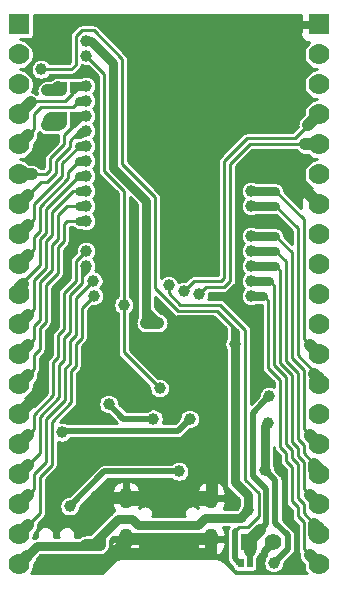
<source format=gbr>
G04 #@! TF.GenerationSoftware,KiCad,Pcbnew,5.1.5-52549c5~84~ubuntu18.04.1*
G04 #@! TF.CreationDate,2020-03-19T15:54:58+02:00*
G04 #@! TF.ProjectId,ESP32-DevKit-Lipo_Rev_C,45535033-322d-4446-9576-4b69742d4c69,C*
G04 #@! TF.SameCoordinates,Original*
G04 #@! TF.FileFunction,Copper,L2,Bot*
G04 #@! TF.FilePolarity,Positive*
%FSLAX46Y46*%
G04 Gerber Fmt 4.6, Leading zero omitted, Abs format (unit mm)*
G04 Created by KiCad (PCBNEW 5.1.5-52549c5~84~ubuntu18.04.1) date 2020-03-19 15:54:58*
%MOMM*%
%LPD*%
G04 APERTURE LIST*
%ADD10C,1.300000*%
%ADD11C,2.000000*%
%ADD12C,1.400000*%
%ADD13R,1.400000X1.400000*%
%ADD14R,0.508000X0.762000*%
%ADD15C,1.000000*%
%ADD16C,1.778000*%
%ADD17R,1.778000X1.778000*%
%ADD18O,1.200000X1.800000*%
%ADD19C,0.762000*%
%ADD20C,1.016000*%
%ADD21C,0.254000*%
%ADD22C,1.270000*%
%ADD23C,0.508000*%
G04 APERTURE END LIST*
D10*
X144310000Y-80022000D03*
X140710000Y-80022000D03*
X142510000Y-81822000D03*
X142510000Y-78222000D03*
X144310000Y-78222000D03*
X140710000Y-78222000D03*
X144310000Y-81822000D03*
D11*
X142510000Y-80022000D03*
D10*
X140710000Y-81822000D03*
D12*
X152384760Y-116222780D03*
D13*
X150355300Y-116225320D03*
D14*
X150368000Y-117983000D03*
X149606000Y-117983000D03*
D15*
X152400000Y-117983000D03*
D16*
X130810000Y-80010000D03*
X130810000Y-77470000D03*
X130810000Y-74930000D03*
D17*
X130810000Y-72390000D03*
D16*
X130810000Y-82550000D03*
X130810000Y-85090000D03*
X130810000Y-90170000D03*
X130810000Y-87630000D03*
X130810000Y-92710000D03*
X130810000Y-95250000D03*
X130810000Y-100330000D03*
X130810000Y-97790000D03*
X130810000Y-102870000D03*
X130810000Y-105410000D03*
X130810000Y-110490000D03*
X130810000Y-107950000D03*
X130810000Y-118110000D03*
X130810000Y-115570000D03*
X130810000Y-113030000D03*
X156210000Y-80010000D03*
X156210000Y-77470000D03*
X156210000Y-74930000D03*
D17*
X156210000Y-72390000D03*
D16*
X156210000Y-82550000D03*
X156210000Y-85090000D03*
X156210000Y-90170000D03*
X156210000Y-87630000D03*
X156210000Y-92710000D03*
X156210000Y-95250000D03*
X156210000Y-100330000D03*
X156210000Y-97790000D03*
X156210000Y-102870000D03*
X156210000Y-105410000D03*
X156210000Y-110490000D03*
X156210000Y-107950000D03*
X156210000Y-118110000D03*
X156210000Y-115570000D03*
X156210000Y-113030000D03*
D18*
X139910000Y-115947000D03*
X139910000Y-112477000D03*
X147110000Y-112477000D03*
X147110000Y-115947000D03*
D14*
X135382000Y-80137000D03*
X134620000Y-80137000D03*
X135382000Y-77597000D03*
X134620000Y-77597000D03*
D15*
X136525000Y-116459000D03*
X137668000Y-116459000D03*
X150241000Y-113538000D03*
X149098000Y-99441000D03*
X132715000Y-76200000D03*
X135255000Y-118364000D03*
X132715000Y-118364000D03*
X141605000Y-116078000D03*
X144653000Y-117221000D03*
X146558000Y-117221000D03*
X140462000Y-117221000D03*
X134937500Y-110363000D03*
X137541000Y-107823000D03*
X136652000Y-103251000D03*
X145669000Y-107823000D03*
X144399000Y-107823000D03*
X145923000Y-103505000D03*
X154304598Y-118236598D03*
X142289488Y-104471512D03*
X144448488Y-104471512D03*
X144018000Y-103123996D03*
X147955000Y-100584000D03*
X147193000Y-97663000D03*
X144399000Y-97536000D03*
X144399000Y-108966000D03*
X145669000Y-108966000D03*
X144018000Y-101610160D03*
X146558000Y-72009000D03*
X150495000Y-72009000D03*
X131953000Y-83820000D03*
X136525000Y-90297000D03*
X132842000Y-103251000D03*
X137810000Y-88504000D03*
X137810000Y-87107000D03*
X137810000Y-85852000D03*
X144145000Y-72009000D03*
X141605000Y-72009000D03*
X139065000Y-72009000D03*
X136525000Y-72009000D03*
X140335000Y-73025000D03*
X142875000Y-73025000D03*
X145415000Y-73025000D03*
X146558000Y-74295000D03*
X144145000Y-74295000D03*
X141605000Y-74295000D03*
X142875000Y-75565000D03*
X145415000Y-75565000D03*
X147320000Y-75565000D03*
X149860000Y-75565000D03*
X150114000Y-85090000D03*
X149987000Y-96774000D03*
X147320000Y-85725000D03*
X144780000Y-85725000D03*
X147320000Y-78105000D03*
X147320000Y-80645000D03*
X147320000Y-83185000D03*
X149860000Y-78105000D03*
X149860000Y-80645000D03*
X148590000Y-76835000D03*
X148590000Y-79375000D03*
X148590000Y-81915000D03*
X146050000Y-79375000D03*
X146050000Y-81915000D03*
X146050000Y-76835000D03*
X146050000Y-83820000D03*
X146050000Y-86995000D03*
X143510000Y-86995000D03*
X143510000Y-83820000D03*
X143510000Y-93218000D03*
X141605000Y-117221000D03*
X142301243Y-85683306D03*
X136525000Y-73787000D03*
X142621000Y-97663000D03*
X141605000Y-97663000D03*
X144399000Y-110236000D03*
X135128000Y-113195989D03*
X142748000Y-103198048D03*
X136525000Y-75057000D03*
X139700000Y-96139000D03*
X134486989Y-106920351D03*
X145288008Y-105791000D03*
X151921689Y-106142311D03*
X151638000Y-110109000D03*
X136525000Y-91567000D03*
X136525000Y-89027000D03*
X136525000Y-86487000D03*
X136525000Y-87757000D03*
X136525000Y-85217000D03*
X136525000Y-83947000D03*
X136525000Y-81407000D03*
X136525000Y-82677000D03*
X136525000Y-80137000D03*
X136525000Y-78867000D03*
X150495000Y-86487000D03*
X150495000Y-87757000D03*
X150495000Y-91567000D03*
X150495000Y-90297000D03*
X138430000Y-104521000D03*
X142232010Y-105783010D03*
X152019000Y-103886000D03*
X133223000Y-80899000D03*
X146050000Y-95250000D03*
X144780000Y-94996000D03*
X136525000Y-77597000D03*
X136517042Y-92832000D03*
X137160000Y-95377000D03*
X137129768Y-94077599D03*
X150495000Y-95377000D03*
X150495000Y-94107000D03*
X150495000Y-92837000D03*
X133223000Y-77978000D03*
X143510000Y-94488000D03*
D19*
X136525000Y-116459000D02*
X136398000Y-116586000D01*
X136398000Y-116586000D02*
X132334000Y-116586000D01*
D20*
X137668000Y-116459000D02*
X136525000Y-116459000D01*
D19*
X136906000Y-116459000D02*
X136525000Y-116459000D01*
X138167999Y-115324001D02*
X137033000Y-116459000D01*
X137033000Y-116459000D02*
X136906000Y-116459000D01*
X137795000Y-115697000D02*
X138167999Y-115324001D01*
X137668000Y-116459000D02*
X137795000Y-116332000D01*
X137795000Y-116332000D02*
X137795000Y-115697000D01*
D20*
X130810000Y-118110000D02*
X131508500Y-117411500D01*
D19*
X132334000Y-116586000D02*
X131508500Y-117411500D01*
X149606011Y-114172989D02*
X149741001Y-114037999D01*
X145990511Y-114803989D02*
X146621511Y-114172989D01*
X140398500Y-114236500D02*
X140965989Y-114803989D01*
X146621511Y-114172989D02*
X149606011Y-114172989D01*
X138167999Y-115324001D02*
X139255500Y-114236500D01*
X140965989Y-114803989D02*
X145990511Y-114803989D01*
X139255500Y-114236500D02*
X140398500Y-114236500D01*
X149741001Y-114037999D02*
X150241000Y-113538000D01*
D21*
X149098000Y-98171000D02*
X149098000Y-98425000D01*
X148844000Y-98552000D02*
X149098000Y-98806000D01*
D19*
X149098000Y-98806000D02*
X149098000Y-98425000D01*
X149098000Y-99441000D02*
X149098000Y-98806000D01*
D21*
X148844000Y-97917000D02*
X148844000Y-98552000D01*
X148844000Y-97917000D02*
X149098000Y-98171000D01*
D19*
X149098000Y-111125000D02*
X149098000Y-100148106D01*
X150241000Y-113538000D02*
X150241000Y-112268000D01*
X149098000Y-100148106D02*
X149098000Y-99441000D01*
X150241000Y-112268000D02*
X149098000Y-111125000D01*
D21*
X147574000Y-96647000D02*
X148844000Y-97917000D01*
X142367000Y-94742000D02*
X144272000Y-96647000D01*
X142367000Y-86995000D02*
X142367000Y-94742000D01*
X144272000Y-96647000D02*
X147574000Y-96647000D01*
X139573000Y-84201000D02*
X142367000Y-86995000D01*
X139573000Y-75311000D02*
X139573000Y-84201000D01*
X135255000Y-76200000D02*
X135636000Y-75819000D01*
X132715000Y-76200000D02*
X135255000Y-76200000D01*
X135636000Y-75819000D02*
X135636000Y-73406000D01*
X135636000Y-73406000D02*
X136144000Y-72898000D01*
X136144000Y-72898000D02*
X137160000Y-72898000D01*
X137160000Y-72898000D02*
X139573000Y-75311000D01*
D20*
X139954000Y-116205000D02*
X139954000Y-115951000D01*
D22*
X139910000Y-112477000D02*
X145079000Y-112477000D01*
D20*
X147110000Y-115947000D02*
X144395000Y-115947000D01*
X147110000Y-112477000D02*
X147193000Y-112394000D01*
D22*
X147110000Y-112477000D02*
X145714000Y-112477000D01*
X145714000Y-112477000D02*
X145079000Y-112477000D01*
D20*
X147193000Y-112394000D02*
X147193000Y-111125000D01*
X137477500Y-107823000D02*
X137541000Y-107823000D01*
X134937500Y-110363000D02*
X137477500Y-107823000D01*
X147066000Y-107823000D02*
X147193000Y-107696000D01*
X137541000Y-107823000D02*
X144399000Y-107823000D01*
X145669000Y-107823000D02*
X147066000Y-107823000D01*
X144399000Y-107823000D02*
X145669000Y-107823000D01*
X147066000Y-103505000D02*
X147193000Y-103378000D01*
X145923000Y-103505000D02*
X147066000Y-103505000D01*
X147193000Y-104267000D02*
X147193000Y-103378000D01*
X147193000Y-103378000D02*
X147193000Y-102743000D01*
X147193000Y-102235000D02*
X147193000Y-101981000D01*
X145923000Y-103505000D02*
X147193000Y-102235000D01*
X147193000Y-102743000D02*
X147193000Y-101981000D01*
X134523999Y-114457999D02*
X133858000Y-113792000D01*
X139910000Y-112477000D02*
X138348000Y-112477000D01*
X133858000Y-111442500D02*
X134937500Y-110363000D01*
X133858000Y-113792000D02*
X133858000Y-111442500D01*
X136367001Y-114457999D02*
X134523999Y-114457999D01*
X138348000Y-112477000D02*
X136367001Y-114457999D01*
X144448488Y-104471512D02*
X144448488Y-104471512D01*
X141650276Y-104471512D02*
X142289488Y-104471512D01*
X140429764Y-103251000D02*
X141650276Y-104471512D01*
X144956488Y-104471512D02*
X144448488Y-104471512D01*
X145923000Y-103505000D02*
X144956488Y-104471512D01*
X146127512Y-104471512D02*
X147193000Y-105537000D01*
X144956488Y-104471512D02*
X146127512Y-104471512D01*
X147193000Y-107696000D02*
X147193000Y-105537000D01*
X147193000Y-105537000D02*
X147193000Y-104267000D01*
X146988488Y-104471512D02*
X147193000Y-104267000D01*
X146127512Y-104471512D02*
X146988488Y-104471512D01*
X144018000Y-104394000D02*
X144095512Y-104471512D01*
X142289488Y-104471512D02*
X144095512Y-104471512D01*
X144095512Y-104471512D02*
X144448488Y-104471512D01*
X144018000Y-101727000D02*
X144018000Y-103123996D01*
X147193000Y-100584000D02*
X147955000Y-100584000D01*
X147193000Y-101981000D02*
X147193000Y-100584000D01*
X147193000Y-100584000D02*
X147193000Y-97536000D01*
X144399000Y-97536000D02*
X147193000Y-97536000D01*
X144018000Y-97917000D02*
X144018000Y-101727000D01*
X144399000Y-97536000D02*
X144018000Y-97917000D01*
X144399000Y-103505000D02*
X144018000Y-103124000D01*
X145923000Y-103505000D02*
X144399000Y-103505000D01*
X144018000Y-103123996D02*
X144018000Y-103124000D01*
X144018000Y-103124000D02*
X144018000Y-104394000D01*
X144399000Y-108966000D02*
X145669000Y-108966000D01*
X145669000Y-108966000D02*
X147193000Y-108966000D01*
X147193000Y-111125000D02*
X147193000Y-108966000D01*
X147193000Y-108966000D02*
X147193000Y-107696000D01*
X144399000Y-108966000D02*
X144399000Y-107823000D01*
X145669000Y-108966000D02*
X145669000Y-107823000D01*
X147193000Y-112477000D02*
X145714000Y-112477000D01*
X147193000Y-111125000D02*
X147193000Y-112477000D01*
X139065000Y-117094000D02*
X139954000Y-116205000D01*
X139910000Y-115947000D02*
X140847000Y-115947000D01*
X140847000Y-115947000D02*
X144395000Y-115947000D01*
X132842000Y-103378000D02*
X132842000Y-103251000D01*
X130810000Y-105410000D02*
X132842000Y-103378000D01*
D19*
X133858039Y-94807313D02*
X133858039Y-97898885D01*
X133858039Y-97898885D02*
X133349980Y-98406944D01*
X134873996Y-91567005D02*
X134873996Y-93791356D01*
X136525000Y-90297000D02*
X136144001Y-90297000D01*
X136144001Y-90297000D02*
X134873996Y-91567005D01*
X133349979Y-100203021D02*
X132842000Y-100711000D01*
X132842000Y-101915646D02*
X132842000Y-103378000D01*
X134873996Y-93791356D02*
X133858039Y-94807313D01*
X132842000Y-100711000D02*
X132842000Y-101915646D01*
X133349980Y-98406944D02*
X133349979Y-100203021D01*
D20*
X137810000Y-85852000D02*
X137810000Y-90282000D01*
X137795000Y-90297000D02*
X137810000Y-90282000D01*
X136525000Y-90297000D02*
X137795000Y-90297000D01*
X138430000Y-102997000D02*
X138176000Y-103251000D01*
X137795000Y-90297000D02*
X138430000Y-90932000D01*
X139700000Y-103251000D02*
X140429764Y-103251000D01*
X138176000Y-103251000D02*
X139700000Y-103251000D01*
X139573000Y-103251000D02*
X139700000Y-103251000D01*
X138430000Y-102108000D02*
X139573000Y-103251000D01*
X138430000Y-102108000D02*
X138430000Y-102997000D01*
X137287000Y-103251000D02*
X137160000Y-103251000D01*
X136652000Y-103251000D02*
X137160000Y-103251000D01*
X138430000Y-102108000D02*
X137287000Y-103251000D01*
X137160000Y-103251000D02*
X138176000Y-103251000D01*
X140429764Y-103251000D02*
X138430000Y-101251236D01*
X138430000Y-90932000D02*
X138430000Y-100838000D01*
X138430000Y-101251236D02*
X138430000Y-100838000D01*
X138430000Y-101473000D02*
X138430000Y-100965000D01*
X136652000Y-103251000D02*
X138430000Y-101473000D01*
X138430000Y-100838000D02*
X138430000Y-100965000D01*
X138430000Y-100965000D02*
X138430000Y-102108000D01*
X144145000Y-72009000D02*
X144145000Y-74295000D01*
X145415000Y-73025000D02*
X145415000Y-75565000D01*
X142875000Y-73025000D02*
X142875000Y-75565000D01*
X153670000Y-85090000D02*
X155448000Y-86868000D01*
X150114000Y-85090000D02*
X153670000Y-85090000D01*
X155448000Y-86868000D02*
X156210000Y-87630000D01*
X146050000Y-76835000D02*
X146050000Y-79375000D01*
X146050000Y-79375000D02*
X146050000Y-81915000D01*
X146050000Y-81915000D02*
X146050000Y-84455000D01*
X146050000Y-84455000D02*
X146050000Y-86995000D01*
X147320000Y-78105000D02*
X147320000Y-80645000D01*
X147320000Y-80645000D02*
X147320000Y-83185000D01*
X147320000Y-83185000D02*
X147320000Y-85725000D01*
X147320000Y-78105000D02*
X147320000Y-75565000D01*
X146050000Y-76200000D02*
X145415000Y-75565000D01*
X146050000Y-76835000D02*
X146050000Y-76200000D01*
X148590000Y-76835000D02*
X148590000Y-79375000D01*
X148590000Y-79375000D02*
X148590000Y-81915000D01*
X149860000Y-78105000D02*
X149860000Y-80645000D01*
X149860000Y-78105000D02*
X149860000Y-75565000D01*
X148590000Y-76835000D02*
X148590000Y-72263000D01*
X148590000Y-72263000D02*
X148336000Y-72009000D01*
X150495000Y-72009000D02*
X148336000Y-72009000D01*
X148336000Y-72009000D02*
X146558000Y-72009000D01*
X143510000Y-92964000D02*
X143510000Y-86995000D01*
X137795000Y-118364000D02*
X132715000Y-118364000D01*
X139065000Y-117094000D02*
X137795000Y-118364000D01*
X141605000Y-117221000D02*
X140462000Y-117221000D01*
X139065000Y-117221000D02*
X139065000Y-117094000D01*
X140462000Y-117221000D02*
X139065000Y-117221000D01*
X147066000Y-117221000D02*
X147066000Y-115951000D01*
X146558000Y-117221000D02*
X147066000Y-117221000D01*
X141605000Y-117221000D02*
X146558000Y-117221000D01*
X140847000Y-115947000D02*
X141474000Y-115947000D01*
X141605000Y-116078000D02*
X141605000Y-117221000D01*
X141474000Y-115947000D02*
X141605000Y-116078000D01*
X143510000Y-83820000D02*
X143510000Y-86995000D01*
X141605000Y-97663000D02*
X142621000Y-97663000D01*
D19*
X141605000Y-96647000D02*
X141605000Y-96520000D01*
X142621000Y-97663000D02*
X141605000Y-96647000D01*
X136906000Y-73787000D02*
X136525000Y-73787000D01*
X138810989Y-75691989D02*
X136906000Y-73787000D01*
X138810989Y-84516635D02*
X138810989Y-75691989D01*
X141605000Y-97663000D02*
X141605000Y-87310646D01*
X141605000Y-87310646D02*
X138810989Y-84516635D01*
D23*
X138087989Y-110236000D02*
X135128000Y-113195989D01*
X144399000Y-110236000D02*
X138087989Y-110236000D01*
D21*
X142248001Y-102698049D02*
X142748000Y-103198048D01*
X139700000Y-100150048D02*
X142248001Y-102698049D01*
X139700000Y-86483292D02*
X139700000Y-100150048D01*
X136525000Y-75057000D02*
X138048978Y-76580978D01*
X138048978Y-84832270D02*
X139700000Y-86483292D01*
X138048978Y-76580978D02*
X138048978Y-84832270D01*
D23*
X144788009Y-106290999D02*
X145288008Y-105791000D01*
X144280009Y-106798999D02*
X144788009Y-106290999D01*
X134486989Y-106920351D02*
X134608341Y-106798999D01*
X134608341Y-106798999D02*
X144280009Y-106798999D01*
D19*
X151638000Y-106426000D02*
X151921689Y-106142311D01*
X151638000Y-110109000D02*
X151638000Y-106426000D01*
D23*
X152527000Y-110998000D02*
X151638000Y-110109000D01*
X153592761Y-115642939D02*
X152527000Y-114577178D01*
X152527000Y-114577178D02*
X152527000Y-110998000D01*
X152400000Y-117983000D02*
X153592761Y-116790239D01*
X153592761Y-116790239D02*
X153592761Y-115642939D01*
D20*
X130810000Y-107950000D02*
X131572000Y-107188000D01*
D21*
X136525000Y-91567000D02*
X135635996Y-92456004D01*
X132079999Y-105413693D02*
X132079999Y-106680001D01*
X132079999Y-106680001D02*
X131572000Y-107188000D01*
X133731000Y-100965000D02*
X133731000Y-103762692D01*
X134111989Y-100584011D02*
X133731000Y-100965000D01*
X135635995Y-94107003D02*
X134620040Y-95122958D01*
X135635996Y-92456004D02*
X135635995Y-94107003D01*
X134620040Y-98214537D02*
X134111990Y-98722587D01*
X133731000Y-103762692D02*
X132079999Y-105413693D01*
X134111990Y-98722587D02*
X134111989Y-100584011D01*
X134620040Y-95122958D02*
X134620040Y-98214537D01*
D19*
X136525000Y-89027000D02*
X135890000Y-89027000D01*
D20*
X130810000Y-102870000D02*
X131572000Y-102108000D01*
D21*
X132079989Y-101600011D02*
X131572000Y-102108000D01*
X133096029Y-97583249D02*
X132587970Y-98091308D01*
X132079989Y-100395365D02*
X132079989Y-101600011D01*
X132587969Y-99887385D02*
X132079989Y-100395365D01*
X133096029Y-94487971D02*
X133096029Y-97583249D01*
X132587970Y-98091308D02*
X132587969Y-99887385D01*
X134874000Y-89027000D02*
X134620000Y-89281000D01*
X134111986Y-93472014D02*
X133096029Y-94487971D01*
X135890000Y-89027000D02*
X134874000Y-89027000D01*
X134620000Y-89281000D02*
X134620000Y-90743355D01*
X134620000Y-90743355D02*
X134111986Y-91251369D01*
X134111986Y-91251369D02*
X134111986Y-93472014D01*
D19*
X136525000Y-86487000D02*
X135890000Y-86487000D01*
D20*
X130810000Y-97790000D02*
X131572000Y-97028000D01*
D21*
X132080008Y-96519992D02*
X131572000Y-97028000D01*
X132080008Y-94023554D02*
X132080008Y-96519992D01*
X135890000Y-86487000D02*
X135382000Y-86487000D01*
X133603978Y-88265022D02*
X133603978Y-90257148D01*
X133095966Y-90765160D02*
X133095966Y-93007596D01*
X135382000Y-86487000D02*
X133603978Y-88265022D01*
X133603978Y-90257148D02*
X133095966Y-90765160D01*
X133095966Y-93007596D02*
X132080008Y-94023554D01*
D20*
X130810000Y-100330000D02*
X131572000Y-99568000D01*
D19*
X135890000Y-87757000D02*
X136525000Y-87757000D01*
D21*
X131698999Y-99441001D02*
X131572000Y-99568000D01*
X132079959Y-99060041D02*
X131698999Y-99441001D01*
X132588019Y-97372825D02*
X132079960Y-97880884D01*
X134111989Y-88519011D02*
X134111989Y-90532929D01*
X134874000Y-87757000D02*
X134111989Y-88519011D01*
X135890000Y-87757000D02*
X134874000Y-87757000D01*
X134111989Y-90532929D02*
X133603976Y-91040943D01*
X132079960Y-97880884D02*
X132079959Y-99060041D01*
X132588019Y-94233979D02*
X132588019Y-97372825D01*
X133603976Y-91040943D02*
X133603976Y-93218022D01*
X133603976Y-93218022D02*
X132588019Y-94233979D01*
D19*
X136525000Y-85217000D02*
X135890000Y-85217000D01*
D20*
X130810000Y-94742000D02*
X131191000Y-94361000D01*
X130810000Y-95250000D02*
X130810000Y-94742000D01*
D21*
X133095966Y-88038154D02*
X133095966Y-90046724D01*
X132587934Y-92380030D02*
X132587934Y-92797194D01*
X133095966Y-90046724D02*
X132587955Y-90554735D01*
X135890000Y-85244120D02*
X133095966Y-88038154D01*
X132587955Y-90554735D02*
X132587955Y-92380009D01*
X132587934Y-92797194D02*
X131191000Y-94194128D01*
X131191000Y-94194128D02*
X131191000Y-94361000D01*
X135890000Y-85217000D02*
X135890000Y-85244120D01*
X132587955Y-92380009D02*
X132587934Y-92380030D01*
D19*
X136525000Y-83947000D02*
X135944894Y-83947000D01*
D20*
X130810000Y-92710000D02*
X131572000Y-91948000D01*
D21*
X135001020Y-85414664D02*
X132587956Y-87827728D01*
X132587956Y-87827728D02*
X132587956Y-89836298D01*
X132587956Y-89836298D02*
X132079944Y-90344310D01*
X135944894Y-83947000D02*
X135001020Y-84890874D01*
X132079944Y-90344310D02*
X132079944Y-91440057D01*
X132079944Y-91440057D02*
X131572000Y-91948000D01*
X135001020Y-84890874D02*
X135001020Y-85414664D01*
D20*
X130810000Y-87630000D02*
X131572000Y-86868000D01*
D21*
X135509000Y-81915000D02*
X135574356Y-81915000D01*
X135574356Y-81915000D02*
X135574366Y-81914990D01*
X135574366Y-81914990D02*
X136017000Y-81914990D01*
D19*
X136271000Y-81407000D02*
X136017000Y-81661000D01*
X136525000Y-81407000D02*
X136271000Y-81407000D01*
D21*
X135445500Y-81915000D02*
X135509000Y-81915000D01*
X135128000Y-82232500D02*
X135953500Y-81407000D01*
X135953500Y-81407000D02*
X136271000Y-81407000D01*
X132715000Y-85725000D02*
X133223000Y-85725000D01*
X133985000Y-83947000D02*
X135128000Y-82804000D01*
X131572000Y-86868000D02*
X132715000Y-85725000D01*
X133223000Y-85725000D02*
X133985000Y-84963000D01*
X133985000Y-84963000D02*
X133985000Y-83947000D01*
X135128000Y-82804000D02*
X135128000Y-82232500D01*
D19*
X136525000Y-82677000D02*
X135890000Y-82677000D01*
D20*
X130810000Y-90170000D02*
X131572000Y-89408000D01*
D21*
X132080001Y-87677259D02*
X132079947Y-87677313D01*
X132079947Y-87677313D02*
X132079947Y-88900053D01*
X132079947Y-88900053D02*
X131508500Y-89471500D01*
X132080001Y-87617247D02*
X132080001Y-87677259D01*
X134493010Y-85204238D02*
X132080001Y-87617247D01*
X135890000Y-82677000D02*
X135890000Y-82760436D01*
X135890000Y-82760436D02*
X134493010Y-84157426D01*
X134493010Y-84157426D02*
X134493010Y-85204238D01*
D23*
X135382000Y-80137000D02*
X135382000Y-81026000D01*
D19*
X136525000Y-80137000D02*
X136271000Y-80137000D01*
X136271000Y-80137000D02*
X135509001Y-80137000D01*
D23*
X135382000Y-81026000D02*
X136271000Y-80137000D01*
D20*
X131953000Y-85090000D02*
X130810000Y-85090000D01*
D21*
X134620000Y-81788000D02*
X135382000Y-81026000D01*
X134620000Y-82550000D02*
X134620000Y-81788000D01*
X133477000Y-83693000D02*
X134620000Y-82550000D01*
X133477000Y-84709000D02*
X133477000Y-83693000D01*
X131953000Y-85090000D02*
X133096000Y-85090000D01*
X133096000Y-85090000D02*
X133477000Y-84709000D01*
D19*
X136525000Y-78867000D02*
X135890000Y-78867000D01*
D20*
X131572000Y-81788000D02*
X130810000Y-82550000D01*
D21*
X132080001Y-81279999D02*
X131572000Y-81788000D01*
X132715000Y-79375000D02*
X132080001Y-80009999D01*
X135890000Y-78867000D02*
X135382000Y-79375000D01*
X132080001Y-80009999D02*
X132080001Y-81279999D01*
X135382000Y-79375000D02*
X132715000Y-79375000D01*
D19*
X150495000Y-86487000D02*
X151202106Y-86487000D01*
X151202106Y-86487000D02*
X152527000Y-86487000D01*
D20*
X156210000Y-100330000D02*
X155448000Y-99568000D01*
D21*
X152527000Y-86487000D02*
X154939999Y-88899999D01*
X154939999Y-88899999D02*
X154939999Y-99059999D01*
X154939999Y-99059999D02*
X155448000Y-99568000D01*
D19*
X150495000Y-87757000D02*
X151202106Y-87757000D01*
X151202106Y-87757000D02*
X152527000Y-87757000D01*
D20*
X156210000Y-102362000D02*
X155829000Y-101981000D01*
X156210000Y-102870000D02*
X156210000Y-102362000D01*
D21*
X155829000Y-101790500D02*
X155829000Y-101981000D01*
X152527000Y-87757000D02*
X154431989Y-89661989D01*
X154432044Y-100393544D02*
X155829000Y-101790500D01*
X154432044Y-99270478D02*
X154432044Y-100393544D01*
X154431989Y-89661989D02*
X154431989Y-99270423D01*
X154431989Y-99270423D02*
X154432044Y-99270478D01*
D20*
X155829000Y-110109000D02*
X155829000Y-109601000D01*
X156210000Y-110490000D02*
X155829000Y-110109000D01*
X155829000Y-109601000D02*
X156337000Y-110109000D01*
D21*
X154940021Y-108712021D02*
X155829000Y-109601000D01*
X153415969Y-100841661D02*
X154431988Y-101857680D01*
X153415969Y-92455969D02*
X153415969Y-100841661D01*
X152527000Y-91567000D02*
X153415969Y-92455969D01*
X154431988Y-107529116D02*
X154940021Y-108037149D01*
X154431988Y-101857680D02*
X154431988Y-107529116D01*
X154940021Y-108037149D02*
X154940021Y-108712021D01*
D19*
X150495000Y-91567000D02*
X152527000Y-91567000D01*
X150495000Y-90297000D02*
X151202106Y-90297000D01*
X151202106Y-90297000D02*
X152527000Y-90297000D01*
D20*
X156210000Y-107950000D02*
X155511500Y-107251500D01*
X156210000Y-107950000D02*
X155448000Y-107188000D01*
D21*
X155448000Y-107188000D02*
X155511500Y-107251500D01*
X152527000Y-90297000D02*
X153923980Y-91693980D01*
X153923980Y-91693980D02*
X153923980Y-100631236D01*
X153923980Y-100631236D02*
X154939999Y-101647255D01*
X154939999Y-101647255D02*
X154939999Y-106679999D01*
X154939999Y-106679999D02*
X155448000Y-107188000D01*
D23*
X141524904Y-105783010D02*
X142232010Y-105783010D01*
X139692010Y-105783010D02*
X141524904Y-105783010D01*
X138430000Y-104521000D02*
X139692010Y-105783010D01*
D20*
X150368000Y-116238020D02*
X150368000Y-116967000D01*
X150355300Y-116225320D02*
X150368000Y-116238020D01*
D23*
X150368000Y-116967000D02*
X150368000Y-117983000D01*
X150355300Y-116225320D02*
X150355300Y-116090700D01*
D20*
X150355300Y-116090700D02*
X151257000Y-115189000D01*
D23*
X151066500Y-115379500D02*
X151257000Y-115189000D01*
X152146000Y-103759020D02*
X152146000Y-103759000D01*
X150622000Y-105283000D02*
X151519001Y-104385999D01*
X151765000Y-111760000D02*
X150622000Y-110617000D01*
X150622000Y-110617000D02*
X150622000Y-105283000D01*
X151257000Y-115189000D02*
X151765000Y-114681000D01*
X151519001Y-104385999D02*
X152019000Y-103886000D01*
X151765000Y-114681000D02*
X151765000Y-111760000D01*
X134620000Y-80137000D02*
X134493000Y-80137000D01*
D19*
X133223000Y-80391000D02*
X133223000Y-80899000D01*
X134493000Y-80137000D02*
X133477000Y-80137000D01*
X133477000Y-80137000D02*
X133223000Y-80391000D01*
X134493000Y-80645000D02*
X134493000Y-80137000D01*
D20*
X134175500Y-80899000D02*
X134366000Y-80708500D01*
X133223000Y-80899000D02*
X134175500Y-80899000D01*
X155067000Y-82550000D02*
X156210000Y-82550000D01*
D21*
X148717000Y-84201000D02*
X150368000Y-82550000D01*
X148717000Y-94107000D02*
X148717000Y-84201000D01*
X150368000Y-82550000D02*
X155067000Y-82550000D01*
X148209000Y-94615000D02*
X148717000Y-94107000D01*
X146050000Y-95250000D02*
X146685000Y-94615000D01*
X146685000Y-94615000D02*
X148209000Y-94615000D01*
D20*
X156210000Y-80010000D02*
X155321001Y-80898999D01*
D21*
X154178000Y-82042000D02*
X155321001Y-80898999D01*
X145669000Y-94107000D02*
X147955000Y-94107000D01*
X150114000Y-82042000D02*
X154178000Y-82042000D01*
X147955000Y-94107000D02*
X148209000Y-93853000D01*
X148209000Y-83947000D02*
X150114000Y-82042000D01*
X144780000Y-94996000D02*
X145669000Y-94107000D01*
X148209000Y-93853000D02*
X148209000Y-83947000D01*
D20*
X131826000Y-78994000D02*
X130810000Y-80010000D01*
D23*
X135636000Y-77597000D02*
X135382000Y-77597000D01*
D19*
X136525000Y-77597000D02*
X136144000Y-77597000D01*
X136144000Y-77597000D02*
X135636000Y-77597000D01*
D23*
X135382000Y-77597000D02*
X135382000Y-78105000D01*
X135890000Y-77597000D02*
X136144000Y-77597000D01*
X135382000Y-78105000D02*
X135890000Y-77597000D01*
D21*
X131953000Y-78867000D02*
X131826000Y-78994000D01*
X134747000Y-78867000D02*
X131953000Y-78867000D01*
X135382000Y-78105000D02*
X135382000Y-78232000D01*
X135382000Y-78232000D02*
X134747000Y-78867000D01*
D20*
X130810000Y-110490000D02*
X131572000Y-109728000D01*
D21*
X135128059Y-95333375D02*
X136144000Y-94317434D01*
X135128059Y-98424954D02*
X135128059Y-95333375D01*
X134620000Y-98933013D02*
X135128059Y-98424954D01*
X132588010Y-108711990D02*
X132588010Y-105624118D01*
X132588010Y-105624118D02*
X134239011Y-103973117D01*
X134239011Y-103973117D02*
X134239011Y-101218987D01*
X136144000Y-93205042D02*
X136517042Y-92832000D01*
X134239011Y-101218987D02*
X134619999Y-100837999D01*
X131572000Y-109728000D02*
X132588010Y-108711990D01*
X134619999Y-100837999D02*
X134620000Y-98933013D01*
X136144000Y-93205042D02*
X136512042Y-93205042D01*
X136144000Y-93205042D02*
X136144000Y-92666434D01*
X136144000Y-92666434D02*
X136249217Y-92561217D01*
X136144000Y-94317434D02*
X136144000Y-93726000D01*
X136144000Y-93726000D02*
X136144000Y-93205042D01*
X136144000Y-93218000D02*
X136398000Y-93472000D01*
X136144000Y-93205042D02*
X136144000Y-93218000D01*
X136144000Y-93726000D02*
X136398000Y-93472000D01*
X136777521Y-93092479D02*
X136517042Y-92832000D01*
X136398000Y-93472000D02*
X136777521Y-93092479D01*
D20*
X130810000Y-115570000D02*
X131572000Y-114808000D01*
D21*
X132588012Y-110700422D02*
X132588010Y-111310028D01*
X133604028Y-109600972D02*
X133604001Y-109600999D01*
X133604028Y-109595579D02*
X133604028Y-109600972D01*
X133607768Y-109591701D02*
X133604028Y-109595579D01*
X133604028Y-107187972D02*
X133604028Y-109385986D01*
X133604031Y-107187969D02*
X133604028Y-107187972D01*
X133604032Y-106044968D02*
X133604031Y-107187969D01*
X135255029Y-104393971D02*
X133604032Y-106044968D01*
X135255030Y-101726970D02*
X135255029Y-104393971D01*
X135635999Y-101346001D02*
X135255030Y-101726970D01*
X135636000Y-101258866D02*
X135635999Y-101346001D01*
X137160000Y-95377000D02*
X136144072Y-96392928D01*
X132588010Y-111310028D02*
X132588010Y-113791990D01*
X133604001Y-109600999D02*
X133604000Y-109684434D01*
X133604028Y-109385986D02*
X133607768Y-109591701D01*
X135636018Y-101258848D02*
X135636000Y-101258866D01*
X132588010Y-113791990D02*
X131572000Y-114808000D01*
X133604000Y-109684434D02*
X132588012Y-110700422D01*
X136144072Y-96392928D02*
X136144072Y-98932928D01*
X136144072Y-98932928D02*
X135636018Y-99440982D01*
X135636018Y-99440982D02*
X135636018Y-101258848D01*
D20*
X130810000Y-113030000D02*
X131572000Y-112268000D01*
D21*
X135636061Y-95571306D02*
X136629769Y-94577598D01*
X134747022Y-101516542D02*
X135128007Y-101135557D01*
X131572000Y-112268000D02*
X132080001Y-111759999D01*
X136629769Y-94577598D02*
X137129768Y-94077599D01*
X135636061Y-98722503D02*
X135636061Y-95571306D01*
X135128007Y-101135557D02*
X135128010Y-99230554D01*
X135128010Y-99230554D02*
X135636061Y-98722503D01*
X133096021Y-105834543D02*
X134747022Y-104183542D01*
X133096021Y-109473977D02*
X133096021Y-105834543D01*
X132080001Y-111759999D02*
X132080001Y-110489997D01*
X132080001Y-110489997D02*
X133096021Y-109473977D01*
X134747022Y-104183542D02*
X134747022Y-101516542D01*
D20*
X156210000Y-118110000D02*
X155448000Y-117348000D01*
D21*
X154940000Y-114554000D02*
X154940000Y-116840000D01*
X153923978Y-112775978D02*
X154431990Y-113283990D01*
X153923978Y-109854978D02*
X153923978Y-112775978D01*
X153415990Y-108668424D02*
X153415990Y-109346990D01*
X152907951Y-102488951D02*
X152907952Y-108160386D01*
X154940000Y-116840000D02*
X155448000Y-117348000D01*
X151891939Y-101472939D02*
X152907951Y-102488951D01*
X151511000Y-95377000D02*
X151891939Y-95757939D01*
X152907952Y-108160386D02*
X153415990Y-108668424D01*
X154431990Y-114045990D02*
X154940000Y-114554000D01*
X154431990Y-113283990D02*
X154431990Y-114045990D01*
X151891939Y-95757939D02*
X151891939Y-101472939D01*
X153415990Y-109346990D02*
X153923978Y-109854978D01*
D19*
X150495000Y-95377000D02*
X151511000Y-95377000D01*
D20*
X156210000Y-115062000D02*
X155829000Y-114681000D01*
X156210000Y-115570000D02*
X156210000Y-115062000D01*
X155829000Y-114681000D02*
X155829000Y-115570000D01*
X155829000Y-115570000D02*
X155956000Y-115697000D01*
D21*
X153924001Y-109136565D02*
X154431989Y-109644553D01*
X152019000Y-94107000D02*
X152399949Y-94487949D01*
X154431989Y-112521989D02*
X154940000Y-113030000D01*
X154940001Y-113792001D02*
X155829000Y-114681000D01*
X152399950Y-101262514D02*
X153415961Y-102278527D01*
X154940000Y-113030000D02*
X154940001Y-113792001D01*
X153415961Y-107949959D02*
X153924001Y-108457999D01*
X153924001Y-108457999D02*
X153924001Y-109136565D01*
X153415961Y-102278527D02*
X153415961Y-107949959D01*
X152399949Y-94487949D02*
X152399950Y-101262514D01*
X154431989Y-109644553D02*
X154431989Y-112521989D01*
D19*
X150495000Y-94107000D02*
X152019000Y-94107000D01*
D20*
X156210000Y-113030000D02*
X155448000Y-112268000D01*
D21*
X153923978Y-107739540D02*
X154432012Y-108247574D01*
X154940000Y-109434128D02*
X154940000Y-111760000D01*
X154432012Y-108926140D02*
X154940000Y-109434128D01*
X152527000Y-92837000D02*
X152907958Y-93217958D01*
X154432012Y-108247574D02*
X154432012Y-108926140D01*
X152907958Y-93217958D02*
X152907959Y-101052087D01*
X154940000Y-111760000D02*
X155448000Y-112268000D01*
X153923978Y-102068106D02*
X153923978Y-107739540D01*
X152907959Y-101052087D02*
X153923978Y-102068106D01*
D19*
X150495000Y-92837000D02*
X152527000Y-92837000D01*
D23*
X134620000Y-77597000D02*
X134493000Y-77597000D01*
D19*
X134493000Y-77851000D02*
X134493000Y-77597000D01*
D20*
X133223000Y-77978000D02*
X134366000Y-77978000D01*
D19*
X134366000Y-77978000D02*
X134493000Y-77851000D01*
D20*
X133858000Y-77978000D02*
X133223000Y-77978000D01*
X134112000Y-77724000D02*
X133858000Y-77978000D01*
D19*
X134112000Y-77597000D02*
X133731000Y-77978000D01*
X134493000Y-77597000D02*
X134112000Y-77597000D01*
D23*
X149098000Y-117602000D02*
X149098000Y-115316000D01*
X149606000Y-117983000D02*
X149479000Y-117983000D01*
X149479000Y-117983000D02*
X149098000Y-117602000D01*
D21*
X149987000Y-98236354D02*
X147889635Y-96138989D01*
X151130000Y-112077500D02*
X149987000Y-110934500D01*
X147889635Y-96138989D02*
X144482425Y-96138989D01*
X151130000Y-114046000D02*
X151130000Y-112077500D01*
X149098000Y-115316000D02*
X149479000Y-114935000D01*
X143510000Y-95166564D02*
X143510000Y-94488000D01*
X144482425Y-96138989D02*
X143510000Y-95166564D01*
X149987000Y-110934500D02*
X149987000Y-98236354D01*
X150241000Y-114935000D02*
X151130000Y-114046000D01*
X149479000Y-114935000D02*
X150241000Y-114935000D01*
G36*
X152406083Y-108247574D02*
G01*
X152407304Y-108259971D01*
X152415683Y-108287592D01*
X152436352Y-108355729D01*
X152483523Y-108443981D01*
X152507405Y-108473081D01*
X152547005Y-108521334D01*
X152566382Y-108537236D01*
X152907990Y-108878845D01*
X152907991Y-109322036D01*
X152905533Y-109346990D01*
X152912740Y-109420160D01*
X152915342Y-109446575D01*
X152932618Y-109503527D01*
X152944390Y-109542333D01*
X152991561Y-109630585D01*
X153035755Y-109684435D01*
X153055043Y-109707938D01*
X153074420Y-109723840D01*
X153415978Y-110065398D01*
X153415979Y-112751024D01*
X153413521Y-112775978D01*
X153423330Y-112875562D01*
X153452378Y-112971321D01*
X153499549Y-113059573D01*
X153536531Y-113104635D01*
X153563031Y-113136926D01*
X153582408Y-113152828D01*
X153923990Y-113494411D01*
X153923991Y-114021036D01*
X153921533Y-114045990D01*
X153926016Y-114091499D01*
X153931342Y-114145575D01*
X153958924Y-114236500D01*
X153960390Y-114241333D01*
X154007561Y-114329585D01*
X154055140Y-114387560D01*
X154071043Y-114406938D01*
X154090420Y-114422840D01*
X154432000Y-114764420D01*
X154432001Y-116815046D01*
X154429543Y-116840000D01*
X154436779Y-116913458D01*
X154439352Y-116939585D01*
X154457807Y-117000422D01*
X154468400Y-117035343D01*
X154515571Y-117123595D01*
X154550701Y-117166401D01*
X154570241Y-117190210D01*
X154554700Y-117348000D01*
X154571864Y-117522274D01*
X154622698Y-117689852D01*
X154705248Y-117844291D01*
X154788505Y-117945740D01*
X154940000Y-118097235D01*
X154940000Y-118235084D01*
X154988805Y-118480445D01*
X155084541Y-118711571D01*
X155191736Y-118872000D01*
X149181421Y-118872000D01*
X148077855Y-117768435D01*
X148061948Y-117749052D01*
X147984595Y-117685571D01*
X147896343Y-117638399D01*
X147800585Y-117609351D01*
X147725947Y-117602000D01*
X147725944Y-117602000D01*
X147701000Y-117599543D01*
X147676056Y-117602000D01*
X139343943Y-117602000D01*
X139318999Y-117599543D01*
X139294055Y-117602000D01*
X139294053Y-117602000D01*
X139219415Y-117609351D01*
X139123657Y-117638399D01*
X139123655Y-117638400D01*
X139035404Y-117685571D01*
X138985555Y-117726481D01*
X138958052Y-117749052D01*
X138942150Y-117768429D01*
X137838580Y-118872000D01*
X131828264Y-118872000D01*
X131935459Y-118711571D01*
X132031195Y-118480445D01*
X132080000Y-118235084D01*
X132080000Y-118097236D01*
X132167995Y-118009241D01*
X132251251Y-117907792D01*
X132333802Y-117753353D01*
X132372784Y-117624846D01*
X132649631Y-117348000D01*
X136360577Y-117348000D01*
X136398000Y-117351686D01*
X136435423Y-117348000D01*
X136435426Y-117348000D01*
X136458380Y-117345739D01*
X136481333Y-117348000D01*
X137711667Y-117348000D01*
X137842274Y-117335136D01*
X138009851Y-117284303D01*
X138164291Y-117201753D01*
X138299659Y-117090659D01*
X138410753Y-116955291D01*
X138493303Y-116800851D01*
X138544136Y-116633274D01*
X138561301Y-116459000D01*
X138554739Y-116392380D01*
X138557000Y-116369426D01*
X138557000Y-116369424D01*
X138560552Y-116333361D01*
X138664767Y-116333361D01*
X138705542Y-116574635D01*
X138792604Y-116803318D01*
X138922607Y-117010622D01*
X139090555Y-117188580D01*
X139289994Y-117330354D01*
X139530961Y-117422395D01*
X139719500Y-117306256D01*
X139719500Y-116137500D01*
X140100500Y-116137500D01*
X140100500Y-117306256D01*
X140289039Y-117422395D01*
X140530006Y-117330354D01*
X140729445Y-117188580D01*
X140897393Y-117010622D01*
X141027396Y-116803318D01*
X141114458Y-116574635D01*
X141155233Y-116333361D01*
X145864767Y-116333361D01*
X145905542Y-116574635D01*
X145992604Y-116803318D01*
X146122607Y-117010622D01*
X146290555Y-117188580D01*
X146489994Y-117330354D01*
X146730961Y-117422395D01*
X146919500Y-117306256D01*
X146919500Y-116137500D01*
X147300500Y-116137500D01*
X147300500Y-117306256D01*
X147489039Y-117422395D01*
X147730006Y-117330354D01*
X147929445Y-117188580D01*
X148097393Y-117010622D01*
X148227396Y-116803318D01*
X148314458Y-116574635D01*
X148355233Y-116333361D01*
X148194662Y-116137500D01*
X147300500Y-116137500D01*
X146919500Y-116137500D01*
X146025338Y-116137500D01*
X145864767Y-116333361D01*
X141155233Y-116333361D01*
X140994662Y-116137500D01*
X140100500Y-116137500D01*
X139719500Y-116137500D01*
X138825338Y-116137500D01*
X138664767Y-116333361D01*
X138560552Y-116333361D01*
X138560686Y-116332001D01*
X138557000Y-116294578D01*
X138557000Y-116012631D01*
X138733278Y-115836353D01*
X138733283Y-115836347D01*
X138819838Y-115749792D01*
X138825338Y-115756500D01*
X139719500Y-115756500D01*
X139719500Y-115736500D01*
X140100500Y-115736500D01*
X140100500Y-115756500D01*
X140994662Y-115756500D01*
X141150847Y-115565989D01*
X145869153Y-115565989D01*
X146025338Y-115756500D01*
X146919500Y-115756500D01*
X146919500Y-115736500D01*
X147300500Y-115736500D01*
X147300500Y-115756500D01*
X148194662Y-115756500D01*
X148355233Y-115560639D01*
X148314458Y-115319365D01*
X148227396Y-115090682D01*
X148129759Y-114934989D01*
X148589226Y-114934989D01*
X148567464Y-114961506D01*
X148508499Y-115071820D01*
X148472189Y-115191518D01*
X148463001Y-115284808D01*
X148463000Y-117570819D01*
X148459929Y-117602000D01*
X148463000Y-117633181D01*
X148463000Y-117633191D01*
X148472188Y-117726481D01*
X148508498Y-117846179D01*
X148567463Y-117956493D01*
X148646815Y-118053185D01*
X148671050Y-118073074D01*
X148969942Y-118371966D01*
X148976513Y-118438689D01*
X148998299Y-118510508D01*
X149033678Y-118576696D01*
X149081289Y-118634711D01*
X149139304Y-118682322D01*
X149205492Y-118717701D01*
X149277311Y-118739487D01*
X149352000Y-118746843D01*
X149860000Y-118746843D01*
X149934689Y-118739487D01*
X149987000Y-118723619D01*
X150039311Y-118739487D01*
X150114000Y-118746843D01*
X150622000Y-118746843D01*
X150696689Y-118739487D01*
X150768508Y-118717701D01*
X150834696Y-118682322D01*
X150892711Y-118634711D01*
X150940322Y-118576696D01*
X150975701Y-118510508D01*
X150997487Y-118438689D01*
X151004843Y-118364000D01*
X151004843Y-117602000D01*
X151003994Y-117593377D01*
X151110753Y-117463291D01*
X151193303Y-117308851D01*
X151202457Y-117278674D01*
X151267996Y-117243642D01*
X151326011Y-117196031D01*
X151373622Y-117138016D01*
X151409001Y-117071828D01*
X151430787Y-117000009D01*
X151438143Y-116925320D01*
X151438143Y-116899989D01*
X152115352Y-116222780D01*
X152101210Y-116208638D01*
X152370618Y-115939230D01*
X152384760Y-115953372D01*
X152398902Y-115939230D01*
X152668310Y-116208638D01*
X152654168Y-116222780D01*
X152668310Y-116236922D01*
X152398902Y-116506330D01*
X152384760Y-116492188D01*
X151694082Y-117182866D01*
X151751667Y-117385410D01*
X151715682Y-117421395D01*
X151619268Y-117565690D01*
X151552856Y-117726022D01*
X151519000Y-117896229D01*
X151519000Y-118069771D01*
X151552856Y-118239978D01*
X151619268Y-118400310D01*
X151715682Y-118544605D01*
X151838395Y-118667318D01*
X151982690Y-118763732D01*
X152143022Y-118830144D01*
X152313229Y-118864000D01*
X152486771Y-118864000D01*
X152656978Y-118830144D01*
X152817310Y-118763732D01*
X152961605Y-118667318D01*
X153084318Y-118544605D01*
X153180732Y-118400310D01*
X153247144Y-118239978D01*
X153281000Y-118069771D01*
X153281000Y-118000025D01*
X154019722Y-117261304D01*
X154043946Y-117241424D01*
X154063826Y-117217200D01*
X154063830Y-117217196D01*
X154123299Y-117144733D01*
X154182263Y-117034419D01*
X154186453Y-117020605D01*
X154218573Y-116914721D01*
X154227761Y-116821431D01*
X154227761Y-116821428D01*
X154230833Y-116790239D01*
X154227761Y-116759050D01*
X154227761Y-115674128D01*
X154230833Y-115642939D01*
X154227761Y-115611747D01*
X154218573Y-115518457D01*
X154182263Y-115398759D01*
X154171601Y-115378812D01*
X154123299Y-115288445D01*
X154063830Y-115215982D01*
X154063826Y-115215978D01*
X154043946Y-115191754D01*
X154019721Y-115171873D01*
X153162000Y-114314154D01*
X153162000Y-111029189D01*
X153165072Y-110998000D01*
X153162000Y-110966808D01*
X153152812Y-110873518D01*
X153116502Y-110753820D01*
X153087525Y-110699608D01*
X153057538Y-110643506D01*
X152998068Y-110571043D01*
X152978185Y-110546815D01*
X152953955Y-110526930D01*
X152519000Y-110091976D01*
X152519000Y-110022229D01*
X152485144Y-109852022D01*
X152418732Y-109691690D01*
X152400000Y-109663655D01*
X152400000Y-108185818D01*
X152406083Y-108247574D01*
G37*
X152406083Y-108247574D02*
X152407304Y-108259971D01*
X152415683Y-108287592D01*
X152436352Y-108355729D01*
X152483523Y-108443981D01*
X152507405Y-108473081D01*
X152547005Y-108521334D01*
X152566382Y-108537236D01*
X152907990Y-108878845D01*
X152907991Y-109322036D01*
X152905533Y-109346990D01*
X152912740Y-109420160D01*
X152915342Y-109446575D01*
X152932618Y-109503527D01*
X152944390Y-109542333D01*
X152991561Y-109630585D01*
X153035755Y-109684435D01*
X153055043Y-109707938D01*
X153074420Y-109723840D01*
X153415978Y-110065398D01*
X153415979Y-112751024D01*
X153413521Y-112775978D01*
X153423330Y-112875562D01*
X153452378Y-112971321D01*
X153499549Y-113059573D01*
X153536531Y-113104635D01*
X153563031Y-113136926D01*
X153582408Y-113152828D01*
X153923990Y-113494411D01*
X153923991Y-114021036D01*
X153921533Y-114045990D01*
X153926016Y-114091499D01*
X153931342Y-114145575D01*
X153958924Y-114236500D01*
X153960390Y-114241333D01*
X154007561Y-114329585D01*
X154055140Y-114387560D01*
X154071043Y-114406938D01*
X154090420Y-114422840D01*
X154432000Y-114764420D01*
X154432001Y-116815046D01*
X154429543Y-116840000D01*
X154436779Y-116913458D01*
X154439352Y-116939585D01*
X154457807Y-117000422D01*
X154468400Y-117035343D01*
X154515571Y-117123595D01*
X154550701Y-117166401D01*
X154570241Y-117190210D01*
X154554700Y-117348000D01*
X154571864Y-117522274D01*
X154622698Y-117689852D01*
X154705248Y-117844291D01*
X154788505Y-117945740D01*
X154940000Y-118097235D01*
X154940000Y-118235084D01*
X154988805Y-118480445D01*
X155084541Y-118711571D01*
X155191736Y-118872000D01*
X149181421Y-118872000D01*
X148077855Y-117768435D01*
X148061948Y-117749052D01*
X147984595Y-117685571D01*
X147896343Y-117638399D01*
X147800585Y-117609351D01*
X147725947Y-117602000D01*
X147725944Y-117602000D01*
X147701000Y-117599543D01*
X147676056Y-117602000D01*
X139343943Y-117602000D01*
X139318999Y-117599543D01*
X139294055Y-117602000D01*
X139294053Y-117602000D01*
X139219415Y-117609351D01*
X139123657Y-117638399D01*
X139123655Y-117638400D01*
X139035404Y-117685571D01*
X138985555Y-117726481D01*
X138958052Y-117749052D01*
X138942150Y-117768429D01*
X137838580Y-118872000D01*
X131828264Y-118872000D01*
X131935459Y-118711571D01*
X132031195Y-118480445D01*
X132080000Y-118235084D01*
X132080000Y-118097236D01*
X132167995Y-118009241D01*
X132251251Y-117907792D01*
X132333802Y-117753353D01*
X132372784Y-117624846D01*
X132649631Y-117348000D01*
X136360577Y-117348000D01*
X136398000Y-117351686D01*
X136435423Y-117348000D01*
X136435426Y-117348000D01*
X136458380Y-117345739D01*
X136481333Y-117348000D01*
X137711667Y-117348000D01*
X137842274Y-117335136D01*
X138009851Y-117284303D01*
X138164291Y-117201753D01*
X138299659Y-117090659D01*
X138410753Y-116955291D01*
X138493303Y-116800851D01*
X138544136Y-116633274D01*
X138561301Y-116459000D01*
X138554739Y-116392380D01*
X138557000Y-116369426D01*
X138557000Y-116369424D01*
X138560552Y-116333361D01*
X138664767Y-116333361D01*
X138705542Y-116574635D01*
X138792604Y-116803318D01*
X138922607Y-117010622D01*
X139090555Y-117188580D01*
X139289994Y-117330354D01*
X139530961Y-117422395D01*
X139719500Y-117306256D01*
X139719500Y-116137500D01*
X140100500Y-116137500D01*
X140100500Y-117306256D01*
X140289039Y-117422395D01*
X140530006Y-117330354D01*
X140729445Y-117188580D01*
X140897393Y-117010622D01*
X141027396Y-116803318D01*
X141114458Y-116574635D01*
X141155233Y-116333361D01*
X145864767Y-116333361D01*
X145905542Y-116574635D01*
X145992604Y-116803318D01*
X146122607Y-117010622D01*
X146290555Y-117188580D01*
X146489994Y-117330354D01*
X146730961Y-117422395D01*
X146919500Y-117306256D01*
X146919500Y-116137500D01*
X147300500Y-116137500D01*
X147300500Y-117306256D01*
X147489039Y-117422395D01*
X147730006Y-117330354D01*
X147929445Y-117188580D01*
X148097393Y-117010622D01*
X148227396Y-116803318D01*
X148314458Y-116574635D01*
X148355233Y-116333361D01*
X148194662Y-116137500D01*
X147300500Y-116137500D01*
X146919500Y-116137500D01*
X146025338Y-116137500D01*
X145864767Y-116333361D01*
X141155233Y-116333361D01*
X140994662Y-116137500D01*
X140100500Y-116137500D01*
X139719500Y-116137500D01*
X138825338Y-116137500D01*
X138664767Y-116333361D01*
X138560552Y-116333361D01*
X138560686Y-116332001D01*
X138557000Y-116294578D01*
X138557000Y-116012631D01*
X138733278Y-115836353D01*
X138733283Y-115836347D01*
X138819838Y-115749792D01*
X138825338Y-115756500D01*
X139719500Y-115756500D01*
X139719500Y-115736500D01*
X140100500Y-115736500D01*
X140100500Y-115756500D01*
X140994662Y-115756500D01*
X141150847Y-115565989D01*
X145869153Y-115565989D01*
X146025338Y-115756500D01*
X146919500Y-115756500D01*
X146919500Y-115736500D01*
X147300500Y-115736500D01*
X147300500Y-115756500D01*
X148194662Y-115756500D01*
X148355233Y-115560639D01*
X148314458Y-115319365D01*
X148227396Y-115090682D01*
X148129759Y-114934989D01*
X148589226Y-114934989D01*
X148567464Y-114961506D01*
X148508499Y-115071820D01*
X148472189Y-115191518D01*
X148463001Y-115284808D01*
X148463000Y-117570819D01*
X148459929Y-117602000D01*
X148463000Y-117633181D01*
X148463000Y-117633191D01*
X148472188Y-117726481D01*
X148508498Y-117846179D01*
X148567463Y-117956493D01*
X148646815Y-118053185D01*
X148671050Y-118073074D01*
X148969942Y-118371966D01*
X148976513Y-118438689D01*
X148998299Y-118510508D01*
X149033678Y-118576696D01*
X149081289Y-118634711D01*
X149139304Y-118682322D01*
X149205492Y-118717701D01*
X149277311Y-118739487D01*
X149352000Y-118746843D01*
X149860000Y-118746843D01*
X149934689Y-118739487D01*
X149987000Y-118723619D01*
X150039311Y-118739487D01*
X150114000Y-118746843D01*
X150622000Y-118746843D01*
X150696689Y-118739487D01*
X150768508Y-118717701D01*
X150834696Y-118682322D01*
X150892711Y-118634711D01*
X150940322Y-118576696D01*
X150975701Y-118510508D01*
X150997487Y-118438689D01*
X151004843Y-118364000D01*
X151004843Y-117602000D01*
X151003994Y-117593377D01*
X151110753Y-117463291D01*
X151193303Y-117308851D01*
X151202457Y-117278674D01*
X151267996Y-117243642D01*
X151326011Y-117196031D01*
X151373622Y-117138016D01*
X151409001Y-117071828D01*
X151430787Y-117000009D01*
X151438143Y-116925320D01*
X151438143Y-116899989D01*
X152115352Y-116222780D01*
X152101210Y-116208638D01*
X152370618Y-115939230D01*
X152384760Y-115953372D01*
X152398902Y-115939230D01*
X152668310Y-116208638D01*
X152654168Y-116222780D01*
X152668310Y-116236922D01*
X152398902Y-116506330D01*
X152384760Y-116492188D01*
X151694082Y-117182866D01*
X151751667Y-117385410D01*
X151715682Y-117421395D01*
X151619268Y-117565690D01*
X151552856Y-117726022D01*
X151519000Y-117896229D01*
X151519000Y-118069771D01*
X151552856Y-118239978D01*
X151619268Y-118400310D01*
X151715682Y-118544605D01*
X151838395Y-118667318D01*
X151982690Y-118763732D01*
X152143022Y-118830144D01*
X152313229Y-118864000D01*
X152486771Y-118864000D01*
X152656978Y-118830144D01*
X152817310Y-118763732D01*
X152961605Y-118667318D01*
X153084318Y-118544605D01*
X153180732Y-118400310D01*
X153247144Y-118239978D01*
X153281000Y-118069771D01*
X153281000Y-118000025D01*
X154019722Y-117261304D01*
X154043946Y-117241424D01*
X154063826Y-117217200D01*
X154063830Y-117217196D01*
X154123299Y-117144733D01*
X154182263Y-117034419D01*
X154186453Y-117020605D01*
X154218573Y-116914721D01*
X154227761Y-116821431D01*
X154227761Y-116821428D01*
X154230833Y-116790239D01*
X154227761Y-116759050D01*
X154227761Y-115674128D01*
X154230833Y-115642939D01*
X154227761Y-115611747D01*
X154218573Y-115518457D01*
X154182263Y-115398759D01*
X154171601Y-115378812D01*
X154123299Y-115288445D01*
X154063830Y-115215982D01*
X154063826Y-115215978D01*
X154043946Y-115191754D01*
X154019721Y-115171873D01*
X153162000Y-114314154D01*
X153162000Y-111029189D01*
X153165072Y-110998000D01*
X153162000Y-110966808D01*
X153152812Y-110873518D01*
X153116502Y-110753820D01*
X153087525Y-110699608D01*
X153057538Y-110643506D01*
X152998068Y-110571043D01*
X152978185Y-110546815D01*
X152953955Y-110526930D01*
X152519000Y-110091976D01*
X152519000Y-110022229D01*
X152485144Y-109852022D01*
X152418732Y-109691690D01*
X152400000Y-109663655D01*
X152400000Y-108185818D01*
X152406083Y-108247574D01*
G36*
X154686000Y-72040750D02*
G01*
X154844750Y-72199500D01*
X156019500Y-72199500D01*
X156019500Y-72179500D01*
X156400500Y-72179500D01*
X156400500Y-72199500D01*
X156420500Y-72199500D01*
X156420500Y-72580500D01*
X156400500Y-72580500D01*
X156400500Y-72600500D01*
X156019500Y-72600500D01*
X156019500Y-72580500D01*
X154844750Y-72580500D01*
X154686000Y-72739250D01*
X154682928Y-73279000D01*
X154695188Y-73403482D01*
X154731498Y-73523180D01*
X154790463Y-73633494D01*
X154869815Y-73730185D01*
X154966506Y-73809537D01*
X155076820Y-73868502D01*
X155196518Y-73904812D01*
X155321000Y-73917072D01*
X155441037Y-73916389D01*
X155400422Y-73943527D01*
X155223527Y-74120422D01*
X155084541Y-74328429D01*
X154988805Y-74559555D01*
X154940000Y-74804916D01*
X154940000Y-75055084D01*
X154988805Y-75300445D01*
X155084541Y-75531571D01*
X155223527Y-75739578D01*
X155400422Y-75916473D01*
X155608429Y-76055459D01*
X155839555Y-76151195D01*
X156084916Y-76200000D01*
X155839555Y-76248805D01*
X155608429Y-76344541D01*
X155400422Y-76483527D01*
X155223527Y-76660422D01*
X155084541Y-76868429D01*
X154988805Y-77099555D01*
X154940000Y-77344916D01*
X154940000Y-77595084D01*
X154988805Y-77840445D01*
X155084541Y-78071571D01*
X155223527Y-78279578D01*
X155400422Y-78456473D01*
X155608429Y-78595459D01*
X155839555Y-78691195D01*
X156084916Y-78740000D01*
X155839555Y-78788805D01*
X155608429Y-78884541D01*
X155400422Y-79023527D01*
X155223527Y-79200422D01*
X155084541Y-79408429D01*
X154988805Y-79639555D01*
X154940000Y-79884916D01*
X154940000Y-80022765D01*
X154661506Y-80301259D01*
X154578249Y-80402708D01*
X154495699Y-80557147D01*
X154444865Y-80724725D01*
X154427701Y-80898999D01*
X154443380Y-81058200D01*
X153967580Y-81534000D01*
X150138944Y-81534000D01*
X150114000Y-81531543D01*
X150089056Y-81534000D01*
X150089053Y-81534000D01*
X150014415Y-81541351D01*
X149918657Y-81570399D01*
X149830405Y-81617571D01*
X149753052Y-81681052D01*
X149737145Y-81700435D01*
X147867430Y-83570150D01*
X147848053Y-83586052D01*
X147832151Y-83605429D01*
X147832150Y-83605430D01*
X147784571Y-83663405D01*
X147747374Y-83732997D01*
X147737400Y-83751657D01*
X147710586Y-83840053D01*
X147708352Y-83847416D01*
X147698543Y-83947000D01*
X147701001Y-83971954D01*
X147701000Y-93599000D01*
X145693944Y-93599000D01*
X145669000Y-93596543D01*
X145644056Y-93599000D01*
X145644053Y-93599000D01*
X145569415Y-93606351D01*
X145473657Y-93635399D01*
X145385405Y-93682571D01*
X145308052Y-93746052D01*
X145292145Y-93765435D01*
X144930003Y-94127577D01*
X144866771Y-94115000D01*
X144693229Y-94115000D01*
X144523022Y-94148856D01*
X144362690Y-94215268D01*
X144353235Y-94221585D01*
X144290732Y-94070690D01*
X144194318Y-93926395D01*
X144071605Y-93803682D01*
X143927310Y-93707268D01*
X143766978Y-93640856D01*
X143596771Y-93607000D01*
X143423229Y-93607000D01*
X143253022Y-93640856D01*
X143092690Y-93707268D01*
X142948395Y-93803682D01*
X142875000Y-93877077D01*
X142875000Y-87019944D01*
X142877457Y-86995000D01*
X142873872Y-86958601D01*
X142867649Y-86895415D01*
X142838601Y-86799657D01*
X142791429Y-86711405D01*
X142727948Y-86634052D01*
X142708565Y-86618145D01*
X140081000Y-83990580D01*
X140081000Y-75335943D01*
X140083457Y-75310999D01*
X140081000Y-75286053D01*
X140073649Y-75211415D01*
X140044601Y-75115657D01*
X140012224Y-75055084D01*
X139997429Y-75027404D01*
X139949850Y-74969429D01*
X139933948Y-74950052D01*
X139914571Y-74934150D01*
X137536855Y-72556435D01*
X137520948Y-72537052D01*
X137443595Y-72473571D01*
X137355343Y-72426399D01*
X137259585Y-72397351D01*
X137184947Y-72390000D01*
X137184944Y-72390000D01*
X137160000Y-72387543D01*
X137135056Y-72390000D01*
X136168943Y-72390000D01*
X136143999Y-72387543D01*
X136119055Y-72390000D01*
X136119053Y-72390000D01*
X136044415Y-72397351D01*
X135948657Y-72426399D01*
X135948655Y-72426400D01*
X135860404Y-72473571D01*
X135805810Y-72518376D01*
X135783052Y-72537052D01*
X135767149Y-72556430D01*
X135294430Y-73029150D01*
X135275053Y-73045052D01*
X135259151Y-73064429D01*
X135259150Y-73064430D01*
X135211571Y-73122405D01*
X135164400Y-73210657D01*
X135143669Y-73279000D01*
X135135352Y-73306416D01*
X135125543Y-73406000D01*
X135128001Y-73430954D01*
X135128000Y-75608579D01*
X135044580Y-75692000D01*
X133435135Y-75692000D01*
X133399318Y-75638395D01*
X133276605Y-75515682D01*
X133132310Y-75419268D01*
X132971978Y-75352856D01*
X132801771Y-75319000D01*
X132628229Y-75319000D01*
X132458022Y-75352856D01*
X132297690Y-75419268D01*
X132153395Y-75515682D01*
X132030682Y-75638395D01*
X131934268Y-75782690D01*
X131867856Y-75943022D01*
X131834000Y-76113229D01*
X131834000Y-76286771D01*
X131867856Y-76456978D01*
X131934268Y-76617310D01*
X132030682Y-76761605D01*
X132153395Y-76884318D01*
X132297690Y-76980732D01*
X132458022Y-77047144D01*
X132628229Y-77081000D01*
X132801771Y-77081000D01*
X132971978Y-77047144D01*
X133132310Y-76980732D01*
X133276605Y-76884318D01*
X133399318Y-76761605D01*
X133435135Y-76708000D01*
X135230056Y-76708000D01*
X135255000Y-76710457D01*
X135279944Y-76708000D01*
X135279947Y-76708000D01*
X135354585Y-76700649D01*
X135450343Y-76671601D01*
X135538595Y-76624429D01*
X135615948Y-76560948D01*
X135631854Y-76541566D01*
X135977570Y-76195851D01*
X135996948Y-76179948D01*
X136048295Y-76117381D01*
X136060429Y-76102596D01*
X136107600Y-76014345D01*
X136110539Y-76004657D01*
X136136649Y-75918585D01*
X136143165Y-75852426D01*
X136268022Y-75904144D01*
X136438229Y-75938000D01*
X136611771Y-75938000D01*
X136675002Y-75925423D01*
X137540978Y-76791399D01*
X137540979Y-84807316D01*
X137538521Y-84832270D01*
X137546573Y-84914016D01*
X137548330Y-84931855D01*
X137566094Y-84990415D01*
X137577378Y-85027613D01*
X137624549Y-85115865D01*
X137648079Y-85144536D01*
X137688031Y-85193218D01*
X137707408Y-85209120D01*
X139192000Y-86693712D01*
X139192001Y-95418864D01*
X139138395Y-95454682D01*
X139015682Y-95577395D01*
X138919268Y-95721690D01*
X138852856Y-95882022D01*
X138819000Y-96052229D01*
X138819000Y-96225771D01*
X138852856Y-96395978D01*
X138919268Y-96556310D01*
X139015682Y-96700605D01*
X139138395Y-96823318D01*
X139192001Y-96859136D01*
X139192001Y-100125094D01*
X139189543Y-100150048D01*
X139198474Y-100240722D01*
X139199352Y-100249633D01*
X139221304Y-100322000D01*
X139228400Y-100345391D01*
X139275571Y-100433643D01*
X139323150Y-100491618D01*
X139339053Y-100510996D01*
X139358430Y-100526898D01*
X141879577Y-103048045D01*
X141867000Y-103111277D01*
X141867000Y-103284819D01*
X141900856Y-103455026D01*
X141967268Y-103615358D01*
X142063682Y-103759653D01*
X142186395Y-103882366D01*
X142330690Y-103978780D01*
X142491022Y-104045192D01*
X142661229Y-104079048D01*
X142834771Y-104079048D01*
X143004978Y-104045192D01*
X143165310Y-103978780D01*
X143309605Y-103882366D01*
X143432318Y-103759653D01*
X143528732Y-103615358D01*
X143595144Y-103455026D01*
X143629000Y-103284819D01*
X143629000Y-103111277D01*
X143595144Y-102941070D01*
X143528732Y-102780738D01*
X143432318Y-102636443D01*
X143309605Y-102513730D01*
X143165310Y-102417316D01*
X143004978Y-102350904D01*
X142834771Y-102317048D01*
X142661229Y-102317048D01*
X142597997Y-102329625D01*
X140208000Y-99939628D01*
X140208000Y-96859135D01*
X140261605Y-96823318D01*
X140384318Y-96700605D01*
X140480732Y-96556310D01*
X140547144Y-96395978D01*
X140581000Y-96225771D01*
X140581000Y-96052229D01*
X140547144Y-95882022D01*
X140480732Y-95721690D01*
X140384318Y-95577395D01*
X140261605Y-95454682D01*
X140208000Y-95418865D01*
X140208000Y-86991277D01*
X140843001Y-87626278D01*
X140843000Y-96609576D01*
X140839314Y-96647000D01*
X140843000Y-96684424D01*
X140843000Y-97202717D01*
X140779697Y-97321149D01*
X140728864Y-97488726D01*
X140711699Y-97663000D01*
X140728864Y-97837274D01*
X140779697Y-98004851D01*
X140862247Y-98159291D01*
X140973341Y-98294659D01*
X141108709Y-98405753D01*
X141263149Y-98488303D01*
X141430726Y-98539136D01*
X141561333Y-98552000D01*
X142664667Y-98552000D01*
X142795274Y-98539136D01*
X142962851Y-98488303D01*
X143117291Y-98405753D01*
X143252659Y-98294659D01*
X143363753Y-98159291D01*
X143446303Y-98004851D01*
X143497136Y-97837274D01*
X143514301Y-97663000D01*
X143497136Y-97488726D01*
X143446303Y-97321149D01*
X143363753Y-97166709D01*
X143252659Y-97031341D01*
X143117291Y-96920247D01*
X142962851Y-96837697D01*
X142834347Y-96798717D01*
X142367000Y-96331370D01*
X142367000Y-95460420D01*
X143895145Y-96988565D01*
X143911052Y-97007948D01*
X143988405Y-97071429D01*
X144076657Y-97118601D01*
X144172415Y-97147649D01*
X144247053Y-97155000D01*
X144247056Y-97155000D01*
X144272000Y-97157457D01*
X144296944Y-97155000D01*
X147363580Y-97155000D01*
X148336000Y-98127421D01*
X148336001Y-98387567D01*
X148336000Y-98387574D01*
X148336000Y-98527056D01*
X148333543Y-98552000D01*
X148336000Y-98576944D01*
X148336000Y-98995655D01*
X148317268Y-99023690D01*
X148250856Y-99184022D01*
X148217000Y-99354229D01*
X148217000Y-99527771D01*
X148250856Y-99697978D01*
X148317268Y-99858310D01*
X148336000Y-99886345D01*
X148336000Y-100185531D01*
X148336001Y-100185541D01*
X148336000Y-111087577D01*
X148332314Y-111125000D01*
X148336000Y-111162423D01*
X148336000Y-111162425D01*
X148347026Y-111274377D01*
X148390598Y-111418014D01*
X148407259Y-111449185D01*
X148461355Y-111550392D01*
X148496835Y-111593624D01*
X148556578Y-111666422D01*
X148585654Y-111690284D01*
X149479001Y-112583632D01*
X149479000Y-113092655D01*
X149460268Y-113120690D01*
X149393856Y-113281022D01*
X149387278Y-113314092D01*
X149290381Y-113410989D01*
X148178688Y-113410989D01*
X148227396Y-113333318D01*
X148314458Y-113104635D01*
X148355233Y-112863361D01*
X148194662Y-112667500D01*
X147300500Y-112667500D01*
X147300500Y-112687500D01*
X146919500Y-112687500D01*
X146919500Y-112667500D01*
X146025338Y-112667500D01*
X145864767Y-112863361D01*
X145905542Y-113104635D01*
X145982280Y-113306201D01*
X145944112Y-113268033D01*
X145832574Y-113193506D01*
X145708640Y-113142171D01*
X145577073Y-113116000D01*
X145442927Y-113116000D01*
X145311360Y-113142171D01*
X145187426Y-113193506D01*
X145075888Y-113268033D01*
X144981033Y-113362888D01*
X144906506Y-113474426D01*
X144855171Y-113598360D01*
X144829000Y-113729927D01*
X144829000Y-113864073D01*
X144855171Y-113995640D01*
X144874369Y-114041989D01*
X142145631Y-114041989D01*
X142164829Y-113995640D01*
X142191000Y-113864073D01*
X142191000Y-113729927D01*
X142164829Y-113598360D01*
X142113494Y-113474426D01*
X142038967Y-113362888D01*
X141944112Y-113268033D01*
X141832574Y-113193506D01*
X141708640Y-113142171D01*
X141577073Y-113116000D01*
X141442927Y-113116000D01*
X141311360Y-113142171D01*
X141187426Y-113193506D01*
X141075888Y-113268033D01*
X141037720Y-113306201D01*
X141114458Y-113104635D01*
X141155233Y-112863361D01*
X140994662Y-112667500D01*
X140100500Y-112667500D01*
X140100500Y-112687500D01*
X139719500Y-112687500D01*
X139719500Y-112667500D01*
X138825338Y-112667500D01*
X138664767Y-112863361D01*
X138705542Y-113104635D01*
X138792604Y-113333318D01*
X138922607Y-113540622D01*
X138928749Y-113547130D01*
X138900864Y-113562035D01*
X138830107Y-113599855D01*
X138791467Y-113631567D01*
X138714078Y-113695078D01*
X138690216Y-113724154D01*
X137655653Y-114758717D01*
X137655647Y-114758722D01*
X137282645Y-115131724D01*
X137253579Y-115155578D01*
X137229725Y-115184645D01*
X136844370Y-115570000D01*
X136481333Y-115570000D01*
X136350726Y-115582864D01*
X136183149Y-115633697D01*
X136028709Y-115716247D01*
X135897412Y-115824000D01*
X135571018Y-115824000D01*
X135587908Y-115783225D01*
X135616000Y-115641997D01*
X135616000Y-115498003D01*
X135587908Y-115356775D01*
X135532804Y-115223742D01*
X135452805Y-115104015D01*
X135350985Y-115002195D01*
X135231258Y-114922196D01*
X135098225Y-114867092D01*
X134956997Y-114839000D01*
X134813003Y-114839000D01*
X134671775Y-114867092D01*
X134538742Y-114922196D01*
X134419015Y-115002195D01*
X134317195Y-115104015D01*
X134237196Y-115223742D01*
X134182092Y-115356775D01*
X134154000Y-115498003D01*
X134154000Y-115641997D01*
X134182092Y-115783225D01*
X134198982Y-115824000D01*
X133771018Y-115824000D01*
X133787908Y-115783225D01*
X133816000Y-115641997D01*
X133816000Y-115498003D01*
X133787908Y-115356775D01*
X133732804Y-115223742D01*
X133652805Y-115104015D01*
X133550985Y-115002195D01*
X133431258Y-114922196D01*
X133298225Y-114867092D01*
X133156997Y-114839000D01*
X133013003Y-114839000D01*
X132871775Y-114867092D01*
X132738742Y-114922196D01*
X132619015Y-115002195D01*
X132517195Y-115104015D01*
X132437196Y-115223742D01*
X132382092Y-115356775D01*
X132354000Y-115498003D01*
X132354000Y-115641997D01*
X132382092Y-115783225D01*
X132398982Y-115824000D01*
X132371422Y-115824000D01*
X132333999Y-115820314D01*
X132296576Y-115824000D01*
X132296574Y-115824000D01*
X132184622Y-115835026D01*
X132043658Y-115877787D01*
X132080000Y-115695084D01*
X132080000Y-115557236D01*
X132231495Y-115405741D01*
X132314752Y-115304292D01*
X132397302Y-115149852D01*
X132448136Y-114982275D01*
X132465300Y-114808000D01*
X132449621Y-114648800D01*
X132929581Y-114168840D01*
X132948958Y-114152938D01*
X132976339Y-114119574D01*
X133012439Y-114075586D01*
X133040220Y-114023611D01*
X133059611Y-113987333D01*
X133088659Y-113891575D01*
X133096010Y-113816937D01*
X133096010Y-113816935D01*
X133098467Y-113791991D01*
X133096010Y-113767047D01*
X133096010Y-113109218D01*
X134247000Y-113109218D01*
X134247000Y-113282760D01*
X134280856Y-113452967D01*
X134347268Y-113613299D01*
X134443682Y-113757594D01*
X134566395Y-113880307D01*
X134710690Y-113976721D01*
X134871022Y-114043133D01*
X135041229Y-114076989D01*
X135214771Y-114076989D01*
X135384978Y-114043133D01*
X135545310Y-113976721D01*
X135689605Y-113880307D01*
X135812318Y-113757594D01*
X135908732Y-113613299D01*
X135975144Y-113452967D01*
X136009000Y-113282760D01*
X136009000Y-113213013D01*
X137131374Y-112090639D01*
X138664767Y-112090639D01*
X138825338Y-112286500D01*
X139719500Y-112286500D01*
X139719500Y-111117744D01*
X140100500Y-111117744D01*
X140100500Y-112286500D01*
X140994662Y-112286500D01*
X141155233Y-112090639D01*
X145864767Y-112090639D01*
X146025338Y-112286500D01*
X146919500Y-112286500D01*
X146919500Y-111117744D01*
X147300500Y-111117744D01*
X147300500Y-112286500D01*
X148194662Y-112286500D01*
X148355233Y-112090639D01*
X148314458Y-111849365D01*
X148227396Y-111620682D01*
X148097393Y-111413378D01*
X147929445Y-111235420D01*
X147730006Y-111093646D01*
X147489039Y-111001605D01*
X147300500Y-111117744D01*
X146919500Y-111117744D01*
X146730961Y-111001605D01*
X146489994Y-111093646D01*
X146290555Y-111235420D01*
X146122607Y-111413378D01*
X145992604Y-111620682D01*
X145905542Y-111849365D01*
X145864767Y-112090639D01*
X141155233Y-112090639D01*
X141114458Y-111849365D01*
X141027396Y-111620682D01*
X140897393Y-111413378D01*
X140729445Y-111235420D01*
X140530006Y-111093646D01*
X140289039Y-111001605D01*
X140100500Y-111117744D01*
X139719500Y-111117744D01*
X139530961Y-111001605D01*
X139289994Y-111093646D01*
X139090555Y-111235420D01*
X138922607Y-111413378D01*
X138792604Y-111620682D01*
X138705542Y-111849365D01*
X138664767Y-112090639D01*
X137131374Y-112090639D01*
X138351015Y-110871000D01*
X143788077Y-110871000D01*
X143837395Y-110920318D01*
X143981690Y-111016732D01*
X144142022Y-111083144D01*
X144312229Y-111117000D01*
X144485771Y-111117000D01*
X144655978Y-111083144D01*
X144816310Y-111016732D01*
X144960605Y-110920318D01*
X145083318Y-110797605D01*
X145179732Y-110653310D01*
X145246144Y-110492978D01*
X145280000Y-110322771D01*
X145280000Y-110149229D01*
X145246144Y-109979022D01*
X145179732Y-109818690D01*
X145083318Y-109674395D01*
X144960605Y-109551682D01*
X144816310Y-109455268D01*
X144655978Y-109388856D01*
X144485771Y-109355000D01*
X144312229Y-109355000D01*
X144142022Y-109388856D01*
X143981690Y-109455268D01*
X143837395Y-109551682D01*
X143788077Y-109601000D01*
X138119178Y-109601000D01*
X138087989Y-109597928D01*
X138056800Y-109601000D01*
X138056797Y-109601000D01*
X137963507Y-109610188D01*
X137850221Y-109644553D01*
X137843809Y-109646498D01*
X137733495Y-109705462D01*
X137661032Y-109764931D01*
X137661028Y-109764935D01*
X137636804Y-109784815D01*
X137616924Y-109809039D01*
X135110976Y-112314989D01*
X135041229Y-112314989D01*
X134871022Y-112348845D01*
X134710690Y-112415257D01*
X134566395Y-112511671D01*
X134443682Y-112634384D01*
X134347268Y-112778679D01*
X134280856Y-112939011D01*
X134247000Y-113109218D01*
X133096010Y-113109218D01*
X133096010Y-111285081D01*
X133096009Y-111285073D01*
X133096011Y-110910843D01*
X133945574Y-110061281D01*
X133964943Y-110045386D01*
X133980843Y-110026012D01*
X133980850Y-110026005D01*
X134028429Y-109968030D01*
X134075600Y-109879778D01*
X134090690Y-109830032D01*
X134104647Y-109784025D01*
X134104649Y-109784012D01*
X134114457Y-109684435D01*
X134112000Y-109659488D01*
X134112000Y-109659019D01*
X134113748Y-109637214D01*
X134118142Y-109582456D01*
X134115230Y-109557531D01*
X134112028Y-109381401D01*
X134112028Y-107718625D01*
X134230011Y-107767495D01*
X134400218Y-107801351D01*
X134573760Y-107801351D01*
X134743967Y-107767495D01*
X134904299Y-107701083D01*
X135048594Y-107604669D01*
X135171307Y-107481956D01*
X135203351Y-107433999D01*
X144248828Y-107433999D01*
X144280009Y-107437070D01*
X144311190Y-107433999D01*
X144311201Y-107433999D01*
X144404491Y-107424811D01*
X144524189Y-107388501D01*
X144634503Y-107329536D01*
X144731194Y-107250184D01*
X144751083Y-107225949D01*
X145259077Y-106717957D01*
X145259086Y-106717946D01*
X145305032Y-106672000D01*
X145374779Y-106672000D01*
X145544986Y-106638144D01*
X145705318Y-106571732D01*
X145849613Y-106475318D01*
X145972326Y-106352605D01*
X146068740Y-106208310D01*
X146135152Y-106047978D01*
X146169008Y-105877771D01*
X146169008Y-105704229D01*
X146135152Y-105534022D01*
X146068740Y-105373690D01*
X145972326Y-105229395D01*
X145849613Y-105106682D01*
X145705318Y-105010268D01*
X145544986Y-104943856D01*
X145374779Y-104910000D01*
X145201237Y-104910000D01*
X145031030Y-104943856D01*
X144870698Y-105010268D01*
X144726403Y-105106682D01*
X144603690Y-105229395D01*
X144507276Y-105373690D01*
X144440864Y-105534022D01*
X144407008Y-105704229D01*
X144407008Y-105773976D01*
X144361062Y-105819922D01*
X144361051Y-105819931D01*
X144016984Y-106163999D01*
X143027787Y-106163999D01*
X143079154Y-106039988D01*
X143113010Y-105869781D01*
X143113010Y-105696239D01*
X143079154Y-105526032D01*
X143012742Y-105365700D01*
X142916328Y-105221405D01*
X142793615Y-105098692D01*
X142649320Y-105002278D01*
X142488988Y-104935866D01*
X142318781Y-104902010D01*
X142145239Y-104902010D01*
X141975032Y-104935866D01*
X141814700Y-105002278D01*
X141670405Y-105098692D01*
X141621087Y-105148010D01*
X139955036Y-105148010D01*
X139311000Y-104503975D01*
X139311000Y-104434229D01*
X139277144Y-104264022D01*
X139210732Y-104103690D01*
X139114318Y-103959395D01*
X138991605Y-103836682D01*
X138847310Y-103740268D01*
X138686978Y-103673856D01*
X138516771Y-103640000D01*
X138343229Y-103640000D01*
X138173022Y-103673856D01*
X138012690Y-103740268D01*
X137868395Y-103836682D01*
X137745682Y-103959395D01*
X137649268Y-104103690D01*
X137582856Y-104264022D01*
X137549000Y-104434229D01*
X137549000Y-104607771D01*
X137582856Y-104777978D01*
X137649268Y-104938310D01*
X137745682Y-105082605D01*
X137868395Y-105205318D01*
X138012690Y-105301732D01*
X138173022Y-105368144D01*
X138343229Y-105402000D01*
X138412975Y-105402000D01*
X139174973Y-106163999D01*
X134940787Y-106163999D01*
X134904299Y-106139619D01*
X134743967Y-106073207D01*
X134573760Y-106039351D01*
X134400218Y-106039351D01*
X134310155Y-106057266D01*
X135596604Y-104770817D01*
X135615976Y-104754919D01*
X135631874Y-104735547D01*
X135631879Y-104735542D01*
X135679458Y-104677567D01*
X135726629Y-104589316D01*
X135755677Y-104493556D01*
X135765486Y-104393972D01*
X135763028Y-104369018D01*
X135763030Y-101937390D01*
X135977566Y-101722854D01*
X135996942Y-101706953D01*
X136012846Y-101687574D01*
X136012849Y-101687571D01*
X136060428Y-101629596D01*
X136105053Y-101546108D01*
X136107597Y-101541349D01*
X136107597Y-101541348D01*
X136107599Y-101541345D01*
X136129636Y-101468699D01*
X136136646Y-101445591D01*
X136136646Y-101445588D01*
X136136647Y-101445586D01*
X136146456Y-101346001D01*
X136143999Y-101321054D01*
X136143999Y-101283985D01*
X136144018Y-101283795D01*
X136144018Y-101283793D01*
X136146475Y-101258849D01*
X136144018Y-101233905D01*
X136144018Y-99651402D01*
X136485637Y-99309783D01*
X136505020Y-99293876D01*
X136568501Y-99216523D01*
X136615673Y-99128271D01*
X136644721Y-99032513D01*
X136652072Y-98957875D01*
X136652072Y-98957872D01*
X136654529Y-98932928D01*
X136652072Y-98907984D01*
X136652072Y-96603348D01*
X137009998Y-96245423D01*
X137073229Y-96258000D01*
X137246771Y-96258000D01*
X137416978Y-96224144D01*
X137577310Y-96157732D01*
X137721605Y-96061318D01*
X137844318Y-95938605D01*
X137940732Y-95794310D01*
X138007144Y-95633978D01*
X138041000Y-95463771D01*
X138041000Y-95290229D01*
X138007144Y-95120022D01*
X137940732Y-94959690D01*
X137844318Y-94815395D01*
X137741107Y-94712184D01*
X137814086Y-94639204D01*
X137910500Y-94494909D01*
X137976912Y-94334577D01*
X138010768Y-94164370D01*
X138010768Y-93990828D01*
X137976912Y-93820621D01*
X137910500Y-93660289D01*
X137814086Y-93515994D01*
X137691373Y-93393281D01*
X137547078Y-93296867D01*
X137386746Y-93230455D01*
X137311762Y-93215540D01*
X137364186Y-93088978D01*
X137398042Y-92918771D01*
X137398042Y-92745229D01*
X137364186Y-92575022D01*
X137297774Y-92414690D01*
X137201360Y-92270395D01*
X137134444Y-92203479D01*
X137209318Y-92128605D01*
X137305732Y-91984310D01*
X137372144Y-91823978D01*
X137406000Y-91653771D01*
X137406000Y-91480229D01*
X137372144Y-91310022D01*
X137305732Y-91149690D01*
X137209318Y-91005395D01*
X137086605Y-90882682D01*
X136942310Y-90786268D01*
X136781978Y-90719856D01*
X136611771Y-90686000D01*
X136438229Y-90686000D01*
X136268022Y-90719856D01*
X136107690Y-90786268D01*
X135963395Y-90882682D01*
X135840682Y-91005395D01*
X135744268Y-91149690D01*
X135677856Y-91310022D01*
X135644000Y-91480229D01*
X135644000Y-91653771D01*
X135656577Y-91717003D01*
X135294426Y-92079154D01*
X135275049Y-92095056D01*
X135259147Y-92114433D01*
X135259146Y-92114434D01*
X135211567Y-92172409D01*
X135174368Y-92242005D01*
X135164396Y-92260661D01*
X135135359Y-92356385D01*
X135135348Y-92356420D01*
X135125539Y-92456004D01*
X135127997Y-92480958D01*
X135127995Y-93896582D01*
X134278475Y-94746103D01*
X134259092Y-94762010D01*
X134195611Y-94839363D01*
X134148439Y-94927616D01*
X134119391Y-95023374D01*
X134113435Y-95083852D01*
X134109583Y-95122958D01*
X134112040Y-95147902D01*
X134112041Y-98004115D01*
X133770420Y-98345737D01*
X133751043Y-98361639D01*
X133735141Y-98381016D01*
X133735140Y-98381017D01*
X133687561Y-98438992D01*
X133641836Y-98524538D01*
X133640390Y-98527244D01*
X133612163Y-98620298D01*
X133611342Y-98623003D01*
X133601533Y-98722587D01*
X133603991Y-98747541D01*
X133603989Y-100373591D01*
X133389435Y-100588145D01*
X133370052Y-100604052D01*
X133306571Y-100681405D01*
X133259399Y-100769658D01*
X133230351Y-100865416D01*
X133223243Y-100937584D01*
X133220543Y-100965000D01*
X133223000Y-100989944D01*
X133223001Y-103552270D01*
X132116629Y-104658643D01*
X131905902Y-104583505D01*
X131079408Y-105410000D01*
X131093550Y-105424142D01*
X130824142Y-105693550D01*
X130810000Y-105679408D01*
X130795858Y-105693550D01*
X130526450Y-105424142D01*
X130540592Y-105410000D01*
X130526450Y-105395858D01*
X130795858Y-105126450D01*
X130810000Y-105140592D01*
X131636495Y-104314098D01*
X131549009Y-104068742D01*
X131394623Y-104002479D01*
X131411571Y-103995459D01*
X131619578Y-103856473D01*
X131796473Y-103679578D01*
X131935459Y-103471571D01*
X132031195Y-103240445D01*
X132080000Y-102995084D01*
X132080000Y-102857236D01*
X132231495Y-102705741D01*
X132314752Y-102604292D01*
X132397302Y-102449852D01*
X132448136Y-102282275D01*
X132465300Y-102108000D01*
X132449759Y-101950209D01*
X132463287Y-101933725D01*
X132504418Y-101883607D01*
X132541351Y-101814509D01*
X132551590Y-101795354D01*
X132580638Y-101699596D01*
X132587989Y-101624958D01*
X132587989Y-101624955D01*
X132590446Y-101600011D01*
X132587989Y-101575067D01*
X132587989Y-100605785D01*
X132929544Y-100264231D01*
X132948916Y-100248333D01*
X132964814Y-100228961D01*
X132964819Y-100228956D01*
X133012398Y-100170981D01*
X133059569Y-100082730D01*
X133088617Y-99986970D01*
X133098426Y-99887386D01*
X133095968Y-99862432D01*
X133095970Y-98301729D01*
X133437599Y-97960100D01*
X133456977Y-97944197D01*
X133479297Y-97917000D01*
X133520458Y-97866845D01*
X133557655Y-97797254D01*
X133567630Y-97778592D01*
X133596678Y-97682834D01*
X133604029Y-97608196D01*
X133604029Y-97608193D01*
X133606486Y-97583249D01*
X133604029Y-97558305D01*
X133604029Y-94698391D01*
X134453557Y-93848864D01*
X134472934Y-93832962D01*
X134524852Y-93769699D01*
X134536415Y-93755610D01*
X134583586Y-93667359D01*
X134583587Y-93667357D01*
X134612635Y-93571599D01*
X134619986Y-93496961D01*
X134619986Y-93496959D01*
X134622443Y-93472015D01*
X134619986Y-93447071D01*
X134619986Y-91461789D01*
X134961570Y-91120206D01*
X134980948Y-91104303D01*
X135020143Y-91056543D01*
X135044429Y-91026951D01*
X135091600Y-90938700D01*
X135091601Y-90938698D01*
X135120649Y-90842940D01*
X135128000Y-90768302D01*
X135128000Y-90768300D01*
X135130457Y-90743356D01*
X135128000Y-90718412D01*
X135128000Y-89535000D01*
X135321149Y-89535000D01*
X135348578Y-89568422D01*
X135464608Y-89663645D01*
X135596985Y-89734402D01*
X135740622Y-89777974D01*
X135852574Y-89789000D01*
X136079655Y-89789000D01*
X136107690Y-89807732D01*
X136268022Y-89874144D01*
X136438229Y-89908000D01*
X136611771Y-89908000D01*
X136781978Y-89874144D01*
X136942310Y-89807732D01*
X137086605Y-89711318D01*
X137209318Y-89588605D01*
X137305732Y-89444310D01*
X137372144Y-89283978D01*
X137406000Y-89113771D01*
X137406000Y-88940229D01*
X137372144Y-88770022D01*
X137305732Y-88609690D01*
X137209318Y-88465395D01*
X137135923Y-88392000D01*
X137209318Y-88318605D01*
X137305732Y-88174310D01*
X137372144Y-88013978D01*
X137406000Y-87843771D01*
X137406000Y-87670229D01*
X137372144Y-87500022D01*
X137305732Y-87339690D01*
X137209318Y-87195395D01*
X137135923Y-87122000D01*
X137209318Y-87048605D01*
X137305732Y-86904310D01*
X137372144Y-86743978D01*
X137406000Y-86573771D01*
X137406000Y-86400229D01*
X137372144Y-86230022D01*
X137305732Y-86069690D01*
X137209318Y-85925395D01*
X137135923Y-85852000D01*
X137209318Y-85778605D01*
X137305732Y-85634310D01*
X137372144Y-85473978D01*
X137406000Y-85303771D01*
X137406000Y-85130229D01*
X137372144Y-84960022D01*
X137305732Y-84799690D01*
X137209318Y-84655395D01*
X137135923Y-84582000D01*
X137209318Y-84508605D01*
X137305732Y-84364310D01*
X137372144Y-84203978D01*
X137406000Y-84033771D01*
X137406000Y-83860229D01*
X137372144Y-83690022D01*
X137305732Y-83529690D01*
X137209318Y-83385395D01*
X137135923Y-83312000D01*
X137209318Y-83238605D01*
X137305732Y-83094310D01*
X137372144Y-82933978D01*
X137406000Y-82763771D01*
X137406000Y-82590229D01*
X137372144Y-82420022D01*
X137305732Y-82259690D01*
X137209318Y-82115395D01*
X137135923Y-82042000D01*
X137209318Y-81968605D01*
X137305732Y-81824310D01*
X137372144Y-81663978D01*
X137406000Y-81493771D01*
X137406000Y-81320229D01*
X137372144Y-81150022D01*
X137305732Y-80989690D01*
X137209318Y-80845395D01*
X137135923Y-80772000D01*
X137209318Y-80698605D01*
X137305732Y-80554310D01*
X137372144Y-80393978D01*
X137406000Y-80223771D01*
X137406000Y-80050229D01*
X137372144Y-79880022D01*
X137305732Y-79719690D01*
X137209318Y-79575395D01*
X137135923Y-79502000D01*
X137209318Y-79428605D01*
X137305732Y-79284310D01*
X137372144Y-79123978D01*
X137406000Y-78953771D01*
X137406000Y-78780229D01*
X137372144Y-78610022D01*
X137305732Y-78449690D01*
X137209318Y-78305395D01*
X137135923Y-78232000D01*
X137209318Y-78158605D01*
X137305732Y-78014310D01*
X137372144Y-77853978D01*
X137406000Y-77683771D01*
X137406000Y-77510229D01*
X137372144Y-77340022D01*
X137305732Y-77179690D01*
X137209318Y-77035395D01*
X137086605Y-76912682D01*
X136942310Y-76816268D01*
X136781978Y-76749856D01*
X136611771Y-76716000D01*
X136438229Y-76716000D01*
X136268022Y-76749856D01*
X136107690Y-76816268D01*
X136079655Y-76835000D01*
X135654713Y-76835000D01*
X135636000Y-76833157D01*
X135128000Y-76833157D01*
X135053311Y-76840513D01*
X135001000Y-76856381D01*
X134948689Y-76840513D01*
X134874000Y-76833157D01*
X134511713Y-76833157D01*
X134493000Y-76831314D01*
X134474287Y-76833157D01*
X134366000Y-76833157D01*
X134347287Y-76835000D01*
X134155659Y-76835000D01*
X134111999Y-76830700D01*
X133937724Y-76847864D01*
X133770148Y-76898698D01*
X133615709Y-76981249D01*
X133514260Y-77064506D01*
X133489766Y-77089000D01*
X133179333Y-77089000D01*
X133048726Y-77101864D01*
X132881149Y-77152697D01*
X132726709Y-77235247D01*
X132591341Y-77346341D01*
X132480247Y-77481709D01*
X132397697Y-77636149D01*
X132346864Y-77803726D01*
X132329699Y-77978000D01*
X132346864Y-78152274D01*
X132394983Y-78310905D01*
X132322291Y-78251248D01*
X132167852Y-78168698D01*
X132000274Y-78117864D01*
X131910439Y-78109016D01*
X131935459Y-78071571D01*
X132031195Y-77840445D01*
X132080000Y-77595084D01*
X132080000Y-77344916D01*
X132031195Y-77099555D01*
X131935459Y-76868429D01*
X131796473Y-76660422D01*
X131619578Y-76483527D01*
X131411571Y-76344541D01*
X131180445Y-76248805D01*
X130935084Y-76200000D01*
X131180445Y-76151195D01*
X131411571Y-76055459D01*
X131619578Y-75916473D01*
X131796473Y-75739578D01*
X131935459Y-75531571D01*
X132031195Y-75300445D01*
X132080000Y-75055084D01*
X132080000Y-74804916D01*
X132031195Y-74559555D01*
X131935459Y-74328429D01*
X131796473Y-74120422D01*
X131619578Y-73943527D01*
X131411571Y-73804541D01*
X131180445Y-73708805D01*
X130944349Y-73661843D01*
X131699000Y-73661843D01*
X131773689Y-73654487D01*
X131845508Y-73632701D01*
X131911696Y-73597322D01*
X131969711Y-73549711D01*
X132017322Y-73491696D01*
X132052701Y-73425508D01*
X132074487Y-73353689D01*
X132081843Y-73279000D01*
X132081843Y-71628000D01*
X154683651Y-71628000D01*
X154686000Y-72040750D01*
G37*
X154686000Y-72040750D02*
X154844750Y-72199500D01*
X156019500Y-72199500D01*
X156019500Y-72179500D01*
X156400500Y-72179500D01*
X156400500Y-72199500D01*
X156420500Y-72199500D01*
X156420500Y-72580500D01*
X156400500Y-72580500D01*
X156400500Y-72600500D01*
X156019500Y-72600500D01*
X156019500Y-72580500D01*
X154844750Y-72580500D01*
X154686000Y-72739250D01*
X154682928Y-73279000D01*
X154695188Y-73403482D01*
X154731498Y-73523180D01*
X154790463Y-73633494D01*
X154869815Y-73730185D01*
X154966506Y-73809537D01*
X155076820Y-73868502D01*
X155196518Y-73904812D01*
X155321000Y-73917072D01*
X155441037Y-73916389D01*
X155400422Y-73943527D01*
X155223527Y-74120422D01*
X155084541Y-74328429D01*
X154988805Y-74559555D01*
X154940000Y-74804916D01*
X154940000Y-75055084D01*
X154988805Y-75300445D01*
X155084541Y-75531571D01*
X155223527Y-75739578D01*
X155400422Y-75916473D01*
X155608429Y-76055459D01*
X155839555Y-76151195D01*
X156084916Y-76200000D01*
X155839555Y-76248805D01*
X155608429Y-76344541D01*
X155400422Y-76483527D01*
X155223527Y-76660422D01*
X155084541Y-76868429D01*
X154988805Y-77099555D01*
X154940000Y-77344916D01*
X154940000Y-77595084D01*
X154988805Y-77840445D01*
X155084541Y-78071571D01*
X155223527Y-78279578D01*
X155400422Y-78456473D01*
X155608429Y-78595459D01*
X155839555Y-78691195D01*
X156084916Y-78740000D01*
X155839555Y-78788805D01*
X155608429Y-78884541D01*
X155400422Y-79023527D01*
X155223527Y-79200422D01*
X155084541Y-79408429D01*
X154988805Y-79639555D01*
X154940000Y-79884916D01*
X154940000Y-80022765D01*
X154661506Y-80301259D01*
X154578249Y-80402708D01*
X154495699Y-80557147D01*
X154444865Y-80724725D01*
X154427701Y-80898999D01*
X154443380Y-81058200D01*
X153967580Y-81534000D01*
X150138944Y-81534000D01*
X150114000Y-81531543D01*
X150089056Y-81534000D01*
X150089053Y-81534000D01*
X150014415Y-81541351D01*
X149918657Y-81570399D01*
X149830405Y-81617571D01*
X149753052Y-81681052D01*
X149737145Y-81700435D01*
X147867430Y-83570150D01*
X147848053Y-83586052D01*
X147832151Y-83605429D01*
X147832150Y-83605430D01*
X147784571Y-83663405D01*
X147747374Y-83732997D01*
X147737400Y-83751657D01*
X147710586Y-83840053D01*
X147708352Y-83847416D01*
X147698543Y-83947000D01*
X147701001Y-83971954D01*
X147701000Y-93599000D01*
X145693944Y-93599000D01*
X145669000Y-93596543D01*
X145644056Y-93599000D01*
X145644053Y-93599000D01*
X145569415Y-93606351D01*
X145473657Y-93635399D01*
X145385405Y-93682571D01*
X145308052Y-93746052D01*
X145292145Y-93765435D01*
X144930003Y-94127577D01*
X144866771Y-94115000D01*
X144693229Y-94115000D01*
X144523022Y-94148856D01*
X144362690Y-94215268D01*
X144353235Y-94221585D01*
X144290732Y-94070690D01*
X144194318Y-93926395D01*
X144071605Y-93803682D01*
X143927310Y-93707268D01*
X143766978Y-93640856D01*
X143596771Y-93607000D01*
X143423229Y-93607000D01*
X143253022Y-93640856D01*
X143092690Y-93707268D01*
X142948395Y-93803682D01*
X142875000Y-93877077D01*
X142875000Y-87019944D01*
X142877457Y-86995000D01*
X142873872Y-86958601D01*
X142867649Y-86895415D01*
X142838601Y-86799657D01*
X142791429Y-86711405D01*
X142727948Y-86634052D01*
X142708565Y-86618145D01*
X140081000Y-83990580D01*
X140081000Y-75335943D01*
X140083457Y-75310999D01*
X140081000Y-75286053D01*
X140073649Y-75211415D01*
X140044601Y-75115657D01*
X140012224Y-75055084D01*
X139997429Y-75027404D01*
X139949850Y-74969429D01*
X139933948Y-74950052D01*
X139914571Y-74934150D01*
X137536855Y-72556435D01*
X137520948Y-72537052D01*
X137443595Y-72473571D01*
X137355343Y-72426399D01*
X137259585Y-72397351D01*
X137184947Y-72390000D01*
X137184944Y-72390000D01*
X137160000Y-72387543D01*
X137135056Y-72390000D01*
X136168943Y-72390000D01*
X136143999Y-72387543D01*
X136119055Y-72390000D01*
X136119053Y-72390000D01*
X136044415Y-72397351D01*
X135948657Y-72426399D01*
X135948655Y-72426400D01*
X135860404Y-72473571D01*
X135805810Y-72518376D01*
X135783052Y-72537052D01*
X135767149Y-72556430D01*
X135294430Y-73029150D01*
X135275053Y-73045052D01*
X135259151Y-73064429D01*
X135259150Y-73064430D01*
X135211571Y-73122405D01*
X135164400Y-73210657D01*
X135143669Y-73279000D01*
X135135352Y-73306416D01*
X135125543Y-73406000D01*
X135128001Y-73430954D01*
X135128000Y-75608579D01*
X135044580Y-75692000D01*
X133435135Y-75692000D01*
X133399318Y-75638395D01*
X133276605Y-75515682D01*
X133132310Y-75419268D01*
X132971978Y-75352856D01*
X132801771Y-75319000D01*
X132628229Y-75319000D01*
X132458022Y-75352856D01*
X132297690Y-75419268D01*
X132153395Y-75515682D01*
X132030682Y-75638395D01*
X131934268Y-75782690D01*
X131867856Y-75943022D01*
X131834000Y-76113229D01*
X131834000Y-76286771D01*
X131867856Y-76456978D01*
X131934268Y-76617310D01*
X132030682Y-76761605D01*
X132153395Y-76884318D01*
X132297690Y-76980732D01*
X132458022Y-77047144D01*
X132628229Y-77081000D01*
X132801771Y-77081000D01*
X132971978Y-77047144D01*
X133132310Y-76980732D01*
X133276605Y-76884318D01*
X133399318Y-76761605D01*
X133435135Y-76708000D01*
X135230056Y-76708000D01*
X135255000Y-76710457D01*
X135279944Y-76708000D01*
X135279947Y-76708000D01*
X135354585Y-76700649D01*
X135450343Y-76671601D01*
X135538595Y-76624429D01*
X135615948Y-76560948D01*
X135631854Y-76541566D01*
X135977570Y-76195851D01*
X135996948Y-76179948D01*
X136048295Y-76117381D01*
X136060429Y-76102596D01*
X136107600Y-76014345D01*
X136110539Y-76004657D01*
X136136649Y-75918585D01*
X136143165Y-75852426D01*
X136268022Y-75904144D01*
X136438229Y-75938000D01*
X136611771Y-75938000D01*
X136675002Y-75925423D01*
X137540978Y-76791399D01*
X137540979Y-84807316D01*
X137538521Y-84832270D01*
X137546573Y-84914016D01*
X137548330Y-84931855D01*
X137566094Y-84990415D01*
X137577378Y-85027613D01*
X137624549Y-85115865D01*
X137648079Y-85144536D01*
X137688031Y-85193218D01*
X137707408Y-85209120D01*
X139192000Y-86693712D01*
X139192001Y-95418864D01*
X139138395Y-95454682D01*
X139015682Y-95577395D01*
X138919268Y-95721690D01*
X138852856Y-95882022D01*
X138819000Y-96052229D01*
X138819000Y-96225771D01*
X138852856Y-96395978D01*
X138919268Y-96556310D01*
X139015682Y-96700605D01*
X139138395Y-96823318D01*
X139192001Y-96859136D01*
X139192001Y-100125094D01*
X139189543Y-100150048D01*
X139198474Y-100240722D01*
X139199352Y-100249633D01*
X139221304Y-100322000D01*
X139228400Y-100345391D01*
X139275571Y-100433643D01*
X139323150Y-100491618D01*
X139339053Y-100510996D01*
X139358430Y-100526898D01*
X141879577Y-103048045D01*
X141867000Y-103111277D01*
X141867000Y-103284819D01*
X141900856Y-103455026D01*
X141967268Y-103615358D01*
X142063682Y-103759653D01*
X142186395Y-103882366D01*
X142330690Y-103978780D01*
X142491022Y-104045192D01*
X142661229Y-104079048D01*
X142834771Y-104079048D01*
X143004978Y-104045192D01*
X143165310Y-103978780D01*
X143309605Y-103882366D01*
X143432318Y-103759653D01*
X143528732Y-103615358D01*
X143595144Y-103455026D01*
X143629000Y-103284819D01*
X143629000Y-103111277D01*
X143595144Y-102941070D01*
X143528732Y-102780738D01*
X143432318Y-102636443D01*
X143309605Y-102513730D01*
X143165310Y-102417316D01*
X143004978Y-102350904D01*
X142834771Y-102317048D01*
X142661229Y-102317048D01*
X142597997Y-102329625D01*
X140208000Y-99939628D01*
X140208000Y-96859135D01*
X140261605Y-96823318D01*
X140384318Y-96700605D01*
X140480732Y-96556310D01*
X140547144Y-96395978D01*
X140581000Y-96225771D01*
X140581000Y-96052229D01*
X140547144Y-95882022D01*
X140480732Y-95721690D01*
X140384318Y-95577395D01*
X140261605Y-95454682D01*
X140208000Y-95418865D01*
X140208000Y-86991277D01*
X140843001Y-87626278D01*
X140843000Y-96609576D01*
X140839314Y-96647000D01*
X140843000Y-96684424D01*
X140843000Y-97202717D01*
X140779697Y-97321149D01*
X140728864Y-97488726D01*
X140711699Y-97663000D01*
X140728864Y-97837274D01*
X140779697Y-98004851D01*
X140862247Y-98159291D01*
X140973341Y-98294659D01*
X141108709Y-98405753D01*
X141263149Y-98488303D01*
X141430726Y-98539136D01*
X141561333Y-98552000D01*
X142664667Y-98552000D01*
X142795274Y-98539136D01*
X142962851Y-98488303D01*
X143117291Y-98405753D01*
X143252659Y-98294659D01*
X143363753Y-98159291D01*
X143446303Y-98004851D01*
X143497136Y-97837274D01*
X143514301Y-97663000D01*
X143497136Y-97488726D01*
X143446303Y-97321149D01*
X143363753Y-97166709D01*
X143252659Y-97031341D01*
X143117291Y-96920247D01*
X142962851Y-96837697D01*
X142834347Y-96798717D01*
X142367000Y-96331370D01*
X142367000Y-95460420D01*
X143895145Y-96988565D01*
X143911052Y-97007948D01*
X143988405Y-97071429D01*
X144076657Y-97118601D01*
X144172415Y-97147649D01*
X144247053Y-97155000D01*
X144247056Y-97155000D01*
X144272000Y-97157457D01*
X144296944Y-97155000D01*
X147363580Y-97155000D01*
X148336000Y-98127421D01*
X148336001Y-98387567D01*
X148336000Y-98387574D01*
X148336000Y-98527056D01*
X148333543Y-98552000D01*
X148336000Y-98576944D01*
X148336000Y-98995655D01*
X148317268Y-99023690D01*
X148250856Y-99184022D01*
X148217000Y-99354229D01*
X148217000Y-99527771D01*
X148250856Y-99697978D01*
X148317268Y-99858310D01*
X148336000Y-99886345D01*
X148336000Y-100185531D01*
X148336001Y-100185541D01*
X148336000Y-111087577D01*
X148332314Y-111125000D01*
X148336000Y-111162423D01*
X148336000Y-111162425D01*
X148347026Y-111274377D01*
X148390598Y-111418014D01*
X148407259Y-111449185D01*
X148461355Y-111550392D01*
X148496835Y-111593624D01*
X148556578Y-111666422D01*
X148585654Y-111690284D01*
X149479001Y-112583632D01*
X149479000Y-113092655D01*
X149460268Y-113120690D01*
X149393856Y-113281022D01*
X149387278Y-113314092D01*
X149290381Y-113410989D01*
X148178688Y-113410989D01*
X148227396Y-113333318D01*
X148314458Y-113104635D01*
X148355233Y-112863361D01*
X148194662Y-112667500D01*
X147300500Y-112667500D01*
X147300500Y-112687500D01*
X146919500Y-112687500D01*
X146919500Y-112667500D01*
X146025338Y-112667500D01*
X145864767Y-112863361D01*
X145905542Y-113104635D01*
X145982280Y-113306201D01*
X145944112Y-113268033D01*
X145832574Y-113193506D01*
X145708640Y-113142171D01*
X145577073Y-113116000D01*
X145442927Y-113116000D01*
X145311360Y-113142171D01*
X145187426Y-113193506D01*
X145075888Y-113268033D01*
X144981033Y-113362888D01*
X144906506Y-113474426D01*
X144855171Y-113598360D01*
X144829000Y-113729927D01*
X144829000Y-113864073D01*
X144855171Y-113995640D01*
X144874369Y-114041989D01*
X142145631Y-114041989D01*
X142164829Y-113995640D01*
X142191000Y-113864073D01*
X142191000Y-113729927D01*
X142164829Y-113598360D01*
X142113494Y-113474426D01*
X142038967Y-113362888D01*
X141944112Y-113268033D01*
X141832574Y-113193506D01*
X141708640Y-113142171D01*
X141577073Y-113116000D01*
X141442927Y-113116000D01*
X141311360Y-113142171D01*
X141187426Y-113193506D01*
X141075888Y-113268033D01*
X141037720Y-113306201D01*
X141114458Y-113104635D01*
X141155233Y-112863361D01*
X140994662Y-112667500D01*
X140100500Y-112667500D01*
X140100500Y-112687500D01*
X139719500Y-112687500D01*
X139719500Y-112667500D01*
X138825338Y-112667500D01*
X138664767Y-112863361D01*
X138705542Y-113104635D01*
X138792604Y-113333318D01*
X138922607Y-113540622D01*
X138928749Y-113547130D01*
X138900864Y-113562035D01*
X138830107Y-113599855D01*
X138791467Y-113631567D01*
X138714078Y-113695078D01*
X138690216Y-113724154D01*
X137655653Y-114758717D01*
X137655647Y-114758722D01*
X137282645Y-115131724D01*
X137253579Y-115155578D01*
X137229725Y-115184645D01*
X136844370Y-115570000D01*
X136481333Y-115570000D01*
X136350726Y-115582864D01*
X136183149Y-115633697D01*
X136028709Y-115716247D01*
X135897412Y-115824000D01*
X135571018Y-115824000D01*
X135587908Y-115783225D01*
X135616000Y-115641997D01*
X135616000Y-115498003D01*
X135587908Y-115356775D01*
X135532804Y-115223742D01*
X135452805Y-115104015D01*
X135350985Y-115002195D01*
X135231258Y-114922196D01*
X135098225Y-114867092D01*
X134956997Y-114839000D01*
X134813003Y-114839000D01*
X134671775Y-114867092D01*
X134538742Y-114922196D01*
X134419015Y-115002195D01*
X134317195Y-115104015D01*
X134237196Y-115223742D01*
X134182092Y-115356775D01*
X134154000Y-115498003D01*
X134154000Y-115641997D01*
X134182092Y-115783225D01*
X134198982Y-115824000D01*
X133771018Y-115824000D01*
X133787908Y-115783225D01*
X133816000Y-115641997D01*
X133816000Y-115498003D01*
X133787908Y-115356775D01*
X133732804Y-115223742D01*
X133652805Y-115104015D01*
X133550985Y-115002195D01*
X133431258Y-114922196D01*
X133298225Y-114867092D01*
X133156997Y-114839000D01*
X133013003Y-114839000D01*
X132871775Y-114867092D01*
X132738742Y-114922196D01*
X132619015Y-115002195D01*
X132517195Y-115104015D01*
X132437196Y-115223742D01*
X132382092Y-115356775D01*
X132354000Y-115498003D01*
X132354000Y-115641997D01*
X132382092Y-115783225D01*
X132398982Y-115824000D01*
X132371422Y-115824000D01*
X132333999Y-115820314D01*
X132296576Y-115824000D01*
X132296574Y-115824000D01*
X132184622Y-115835026D01*
X132043658Y-115877787D01*
X132080000Y-115695084D01*
X132080000Y-115557236D01*
X132231495Y-115405741D01*
X132314752Y-115304292D01*
X132397302Y-115149852D01*
X132448136Y-114982275D01*
X132465300Y-114808000D01*
X132449621Y-114648800D01*
X132929581Y-114168840D01*
X132948958Y-114152938D01*
X132976339Y-114119574D01*
X133012439Y-114075586D01*
X133040220Y-114023611D01*
X133059611Y-113987333D01*
X133088659Y-113891575D01*
X133096010Y-113816937D01*
X133096010Y-113816935D01*
X133098467Y-113791991D01*
X133096010Y-113767047D01*
X133096010Y-113109218D01*
X134247000Y-113109218D01*
X134247000Y-113282760D01*
X134280856Y-113452967D01*
X134347268Y-113613299D01*
X134443682Y-113757594D01*
X134566395Y-113880307D01*
X134710690Y-113976721D01*
X134871022Y-114043133D01*
X135041229Y-114076989D01*
X135214771Y-114076989D01*
X135384978Y-114043133D01*
X135545310Y-113976721D01*
X135689605Y-113880307D01*
X135812318Y-113757594D01*
X135908732Y-113613299D01*
X135975144Y-113452967D01*
X136009000Y-113282760D01*
X136009000Y-113213013D01*
X137131374Y-112090639D01*
X138664767Y-112090639D01*
X138825338Y-112286500D01*
X139719500Y-112286500D01*
X139719500Y-111117744D01*
X140100500Y-111117744D01*
X140100500Y-112286500D01*
X140994662Y-112286500D01*
X141155233Y-112090639D01*
X145864767Y-112090639D01*
X146025338Y-112286500D01*
X146919500Y-112286500D01*
X146919500Y-111117744D01*
X147300500Y-111117744D01*
X147300500Y-112286500D01*
X148194662Y-112286500D01*
X148355233Y-112090639D01*
X148314458Y-111849365D01*
X148227396Y-111620682D01*
X148097393Y-111413378D01*
X147929445Y-111235420D01*
X147730006Y-111093646D01*
X147489039Y-111001605D01*
X147300500Y-111117744D01*
X146919500Y-111117744D01*
X146730961Y-111001605D01*
X146489994Y-111093646D01*
X146290555Y-111235420D01*
X146122607Y-111413378D01*
X145992604Y-111620682D01*
X145905542Y-111849365D01*
X145864767Y-112090639D01*
X141155233Y-112090639D01*
X141114458Y-111849365D01*
X141027396Y-111620682D01*
X140897393Y-111413378D01*
X140729445Y-111235420D01*
X140530006Y-111093646D01*
X140289039Y-111001605D01*
X140100500Y-111117744D01*
X139719500Y-111117744D01*
X139530961Y-111001605D01*
X139289994Y-111093646D01*
X139090555Y-111235420D01*
X138922607Y-111413378D01*
X138792604Y-111620682D01*
X138705542Y-111849365D01*
X138664767Y-112090639D01*
X137131374Y-112090639D01*
X138351015Y-110871000D01*
X143788077Y-110871000D01*
X143837395Y-110920318D01*
X143981690Y-111016732D01*
X144142022Y-111083144D01*
X144312229Y-111117000D01*
X144485771Y-111117000D01*
X144655978Y-111083144D01*
X144816310Y-111016732D01*
X144960605Y-110920318D01*
X145083318Y-110797605D01*
X145179732Y-110653310D01*
X145246144Y-110492978D01*
X145280000Y-110322771D01*
X145280000Y-110149229D01*
X145246144Y-109979022D01*
X145179732Y-109818690D01*
X145083318Y-109674395D01*
X144960605Y-109551682D01*
X144816310Y-109455268D01*
X144655978Y-109388856D01*
X144485771Y-109355000D01*
X144312229Y-109355000D01*
X144142022Y-109388856D01*
X143981690Y-109455268D01*
X143837395Y-109551682D01*
X143788077Y-109601000D01*
X138119178Y-109601000D01*
X138087989Y-109597928D01*
X138056800Y-109601000D01*
X138056797Y-109601000D01*
X137963507Y-109610188D01*
X137850221Y-109644553D01*
X137843809Y-109646498D01*
X137733495Y-109705462D01*
X137661032Y-109764931D01*
X137661028Y-109764935D01*
X137636804Y-109784815D01*
X137616924Y-109809039D01*
X135110976Y-112314989D01*
X135041229Y-112314989D01*
X134871022Y-112348845D01*
X134710690Y-112415257D01*
X134566395Y-112511671D01*
X134443682Y-112634384D01*
X134347268Y-112778679D01*
X134280856Y-112939011D01*
X134247000Y-113109218D01*
X133096010Y-113109218D01*
X133096010Y-111285081D01*
X133096009Y-111285073D01*
X133096011Y-110910843D01*
X133945574Y-110061281D01*
X133964943Y-110045386D01*
X133980843Y-110026012D01*
X133980850Y-110026005D01*
X134028429Y-109968030D01*
X134075600Y-109879778D01*
X134090690Y-109830032D01*
X134104647Y-109784025D01*
X134104649Y-109784012D01*
X134114457Y-109684435D01*
X134112000Y-109659488D01*
X134112000Y-109659019D01*
X134113748Y-109637214D01*
X134118142Y-109582456D01*
X134115230Y-109557531D01*
X134112028Y-109381401D01*
X134112028Y-107718625D01*
X134230011Y-107767495D01*
X134400218Y-107801351D01*
X134573760Y-107801351D01*
X134743967Y-107767495D01*
X134904299Y-107701083D01*
X135048594Y-107604669D01*
X135171307Y-107481956D01*
X135203351Y-107433999D01*
X144248828Y-107433999D01*
X144280009Y-107437070D01*
X144311190Y-107433999D01*
X144311201Y-107433999D01*
X144404491Y-107424811D01*
X144524189Y-107388501D01*
X144634503Y-107329536D01*
X144731194Y-107250184D01*
X144751083Y-107225949D01*
X145259077Y-106717957D01*
X145259086Y-106717946D01*
X145305032Y-106672000D01*
X145374779Y-106672000D01*
X145544986Y-106638144D01*
X145705318Y-106571732D01*
X145849613Y-106475318D01*
X145972326Y-106352605D01*
X146068740Y-106208310D01*
X146135152Y-106047978D01*
X146169008Y-105877771D01*
X146169008Y-105704229D01*
X146135152Y-105534022D01*
X146068740Y-105373690D01*
X145972326Y-105229395D01*
X145849613Y-105106682D01*
X145705318Y-105010268D01*
X145544986Y-104943856D01*
X145374779Y-104910000D01*
X145201237Y-104910000D01*
X145031030Y-104943856D01*
X144870698Y-105010268D01*
X144726403Y-105106682D01*
X144603690Y-105229395D01*
X144507276Y-105373690D01*
X144440864Y-105534022D01*
X144407008Y-105704229D01*
X144407008Y-105773976D01*
X144361062Y-105819922D01*
X144361051Y-105819931D01*
X144016984Y-106163999D01*
X143027787Y-106163999D01*
X143079154Y-106039988D01*
X143113010Y-105869781D01*
X143113010Y-105696239D01*
X143079154Y-105526032D01*
X143012742Y-105365700D01*
X142916328Y-105221405D01*
X142793615Y-105098692D01*
X142649320Y-105002278D01*
X142488988Y-104935866D01*
X142318781Y-104902010D01*
X142145239Y-104902010D01*
X141975032Y-104935866D01*
X141814700Y-105002278D01*
X141670405Y-105098692D01*
X141621087Y-105148010D01*
X139955036Y-105148010D01*
X139311000Y-104503975D01*
X139311000Y-104434229D01*
X139277144Y-104264022D01*
X139210732Y-104103690D01*
X139114318Y-103959395D01*
X138991605Y-103836682D01*
X138847310Y-103740268D01*
X138686978Y-103673856D01*
X138516771Y-103640000D01*
X138343229Y-103640000D01*
X138173022Y-103673856D01*
X138012690Y-103740268D01*
X137868395Y-103836682D01*
X137745682Y-103959395D01*
X137649268Y-104103690D01*
X137582856Y-104264022D01*
X137549000Y-104434229D01*
X137549000Y-104607771D01*
X137582856Y-104777978D01*
X137649268Y-104938310D01*
X137745682Y-105082605D01*
X137868395Y-105205318D01*
X138012690Y-105301732D01*
X138173022Y-105368144D01*
X138343229Y-105402000D01*
X138412975Y-105402000D01*
X139174973Y-106163999D01*
X134940787Y-106163999D01*
X134904299Y-106139619D01*
X134743967Y-106073207D01*
X134573760Y-106039351D01*
X134400218Y-106039351D01*
X134310155Y-106057266D01*
X135596604Y-104770817D01*
X135615976Y-104754919D01*
X135631874Y-104735547D01*
X135631879Y-104735542D01*
X135679458Y-104677567D01*
X135726629Y-104589316D01*
X135755677Y-104493556D01*
X135765486Y-104393972D01*
X135763028Y-104369018D01*
X135763030Y-101937390D01*
X135977566Y-101722854D01*
X135996942Y-101706953D01*
X136012846Y-101687574D01*
X136012849Y-101687571D01*
X136060428Y-101629596D01*
X136105053Y-101546108D01*
X136107597Y-101541349D01*
X136107597Y-101541348D01*
X136107599Y-101541345D01*
X136129636Y-101468699D01*
X136136646Y-101445591D01*
X136136646Y-101445588D01*
X136136647Y-101445586D01*
X136146456Y-101346001D01*
X136143999Y-101321054D01*
X136143999Y-101283985D01*
X136144018Y-101283795D01*
X136144018Y-101283793D01*
X136146475Y-101258849D01*
X136144018Y-101233905D01*
X136144018Y-99651402D01*
X136485637Y-99309783D01*
X136505020Y-99293876D01*
X136568501Y-99216523D01*
X136615673Y-99128271D01*
X136644721Y-99032513D01*
X136652072Y-98957875D01*
X136652072Y-98957872D01*
X136654529Y-98932928D01*
X136652072Y-98907984D01*
X136652072Y-96603348D01*
X137009998Y-96245423D01*
X137073229Y-96258000D01*
X137246771Y-96258000D01*
X137416978Y-96224144D01*
X137577310Y-96157732D01*
X137721605Y-96061318D01*
X137844318Y-95938605D01*
X137940732Y-95794310D01*
X138007144Y-95633978D01*
X138041000Y-95463771D01*
X138041000Y-95290229D01*
X138007144Y-95120022D01*
X137940732Y-94959690D01*
X137844318Y-94815395D01*
X137741107Y-94712184D01*
X137814086Y-94639204D01*
X137910500Y-94494909D01*
X137976912Y-94334577D01*
X138010768Y-94164370D01*
X138010768Y-93990828D01*
X137976912Y-93820621D01*
X137910500Y-93660289D01*
X137814086Y-93515994D01*
X137691373Y-93393281D01*
X137547078Y-93296867D01*
X137386746Y-93230455D01*
X137311762Y-93215540D01*
X137364186Y-93088978D01*
X137398042Y-92918771D01*
X137398042Y-92745229D01*
X137364186Y-92575022D01*
X137297774Y-92414690D01*
X137201360Y-92270395D01*
X137134444Y-92203479D01*
X137209318Y-92128605D01*
X137305732Y-91984310D01*
X137372144Y-91823978D01*
X137406000Y-91653771D01*
X137406000Y-91480229D01*
X137372144Y-91310022D01*
X137305732Y-91149690D01*
X137209318Y-91005395D01*
X137086605Y-90882682D01*
X136942310Y-90786268D01*
X136781978Y-90719856D01*
X136611771Y-90686000D01*
X136438229Y-90686000D01*
X136268022Y-90719856D01*
X136107690Y-90786268D01*
X135963395Y-90882682D01*
X135840682Y-91005395D01*
X135744268Y-91149690D01*
X135677856Y-91310022D01*
X135644000Y-91480229D01*
X135644000Y-91653771D01*
X135656577Y-91717003D01*
X135294426Y-92079154D01*
X135275049Y-92095056D01*
X135259147Y-92114433D01*
X135259146Y-92114434D01*
X135211567Y-92172409D01*
X135174368Y-92242005D01*
X135164396Y-92260661D01*
X135135359Y-92356385D01*
X135135348Y-92356420D01*
X135125539Y-92456004D01*
X135127997Y-92480958D01*
X135127995Y-93896582D01*
X134278475Y-94746103D01*
X134259092Y-94762010D01*
X134195611Y-94839363D01*
X134148439Y-94927616D01*
X134119391Y-95023374D01*
X134113435Y-95083852D01*
X134109583Y-95122958D01*
X134112040Y-95147902D01*
X134112041Y-98004115D01*
X133770420Y-98345737D01*
X133751043Y-98361639D01*
X133735141Y-98381016D01*
X133735140Y-98381017D01*
X133687561Y-98438992D01*
X133641836Y-98524538D01*
X133640390Y-98527244D01*
X133612163Y-98620298D01*
X133611342Y-98623003D01*
X133601533Y-98722587D01*
X133603991Y-98747541D01*
X133603989Y-100373591D01*
X133389435Y-100588145D01*
X133370052Y-100604052D01*
X133306571Y-100681405D01*
X133259399Y-100769658D01*
X133230351Y-100865416D01*
X133223243Y-100937584D01*
X133220543Y-100965000D01*
X133223000Y-100989944D01*
X133223001Y-103552270D01*
X132116629Y-104658643D01*
X131905902Y-104583505D01*
X131079408Y-105410000D01*
X131093550Y-105424142D01*
X130824142Y-105693550D01*
X130810000Y-105679408D01*
X130795858Y-105693550D01*
X130526450Y-105424142D01*
X130540592Y-105410000D01*
X130526450Y-105395858D01*
X130795858Y-105126450D01*
X130810000Y-105140592D01*
X131636495Y-104314098D01*
X131549009Y-104068742D01*
X131394623Y-104002479D01*
X131411571Y-103995459D01*
X131619578Y-103856473D01*
X131796473Y-103679578D01*
X131935459Y-103471571D01*
X132031195Y-103240445D01*
X132080000Y-102995084D01*
X132080000Y-102857236D01*
X132231495Y-102705741D01*
X132314752Y-102604292D01*
X132397302Y-102449852D01*
X132448136Y-102282275D01*
X132465300Y-102108000D01*
X132449759Y-101950209D01*
X132463287Y-101933725D01*
X132504418Y-101883607D01*
X132541351Y-101814509D01*
X132551590Y-101795354D01*
X132580638Y-101699596D01*
X132587989Y-101624958D01*
X132587989Y-101624955D01*
X132590446Y-101600011D01*
X132587989Y-101575067D01*
X132587989Y-100605785D01*
X132929544Y-100264231D01*
X132948916Y-100248333D01*
X132964814Y-100228961D01*
X132964819Y-100228956D01*
X133012398Y-100170981D01*
X133059569Y-100082730D01*
X133088617Y-99986970D01*
X133098426Y-99887386D01*
X133095968Y-99862432D01*
X133095970Y-98301729D01*
X133437599Y-97960100D01*
X133456977Y-97944197D01*
X133479297Y-97917000D01*
X133520458Y-97866845D01*
X133557655Y-97797254D01*
X133567630Y-97778592D01*
X133596678Y-97682834D01*
X133604029Y-97608196D01*
X133604029Y-97608193D01*
X133606486Y-97583249D01*
X133604029Y-97558305D01*
X133604029Y-94698391D01*
X134453557Y-93848864D01*
X134472934Y-93832962D01*
X134524852Y-93769699D01*
X134536415Y-93755610D01*
X134583586Y-93667359D01*
X134583587Y-93667357D01*
X134612635Y-93571599D01*
X134619986Y-93496961D01*
X134619986Y-93496959D01*
X134622443Y-93472015D01*
X134619986Y-93447071D01*
X134619986Y-91461789D01*
X134961570Y-91120206D01*
X134980948Y-91104303D01*
X135020143Y-91056543D01*
X135044429Y-91026951D01*
X135091600Y-90938700D01*
X135091601Y-90938698D01*
X135120649Y-90842940D01*
X135128000Y-90768302D01*
X135128000Y-90768300D01*
X135130457Y-90743356D01*
X135128000Y-90718412D01*
X135128000Y-89535000D01*
X135321149Y-89535000D01*
X135348578Y-89568422D01*
X135464608Y-89663645D01*
X135596985Y-89734402D01*
X135740622Y-89777974D01*
X135852574Y-89789000D01*
X136079655Y-89789000D01*
X136107690Y-89807732D01*
X136268022Y-89874144D01*
X136438229Y-89908000D01*
X136611771Y-89908000D01*
X136781978Y-89874144D01*
X136942310Y-89807732D01*
X137086605Y-89711318D01*
X137209318Y-89588605D01*
X137305732Y-89444310D01*
X137372144Y-89283978D01*
X137406000Y-89113771D01*
X137406000Y-88940229D01*
X137372144Y-88770022D01*
X137305732Y-88609690D01*
X137209318Y-88465395D01*
X137135923Y-88392000D01*
X137209318Y-88318605D01*
X137305732Y-88174310D01*
X137372144Y-88013978D01*
X137406000Y-87843771D01*
X137406000Y-87670229D01*
X137372144Y-87500022D01*
X137305732Y-87339690D01*
X137209318Y-87195395D01*
X137135923Y-87122000D01*
X137209318Y-87048605D01*
X137305732Y-86904310D01*
X137372144Y-86743978D01*
X137406000Y-86573771D01*
X137406000Y-86400229D01*
X137372144Y-86230022D01*
X137305732Y-86069690D01*
X137209318Y-85925395D01*
X137135923Y-85852000D01*
X137209318Y-85778605D01*
X137305732Y-85634310D01*
X137372144Y-85473978D01*
X137406000Y-85303771D01*
X137406000Y-85130229D01*
X137372144Y-84960022D01*
X137305732Y-84799690D01*
X137209318Y-84655395D01*
X137135923Y-84582000D01*
X137209318Y-84508605D01*
X137305732Y-84364310D01*
X137372144Y-84203978D01*
X137406000Y-84033771D01*
X137406000Y-83860229D01*
X137372144Y-83690022D01*
X137305732Y-83529690D01*
X137209318Y-83385395D01*
X137135923Y-83312000D01*
X137209318Y-83238605D01*
X137305732Y-83094310D01*
X137372144Y-82933978D01*
X137406000Y-82763771D01*
X137406000Y-82590229D01*
X137372144Y-82420022D01*
X137305732Y-82259690D01*
X137209318Y-82115395D01*
X137135923Y-82042000D01*
X137209318Y-81968605D01*
X137305732Y-81824310D01*
X137372144Y-81663978D01*
X137406000Y-81493771D01*
X137406000Y-81320229D01*
X137372144Y-81150022D01*
X137305732Y-80989690D01*
X137209318Y-80845395D01*
X137135923Y-80772000D01*
X137209318Y-80698605D01*
X137305732Y-80554310D01*
X137372144Y-80393978D01*
X137406000Y-80223771D01*
X137406000Y-80050229D01*
X137372144Y-79880022D01*
X137305732Y-79719690D01*
X137209318Y-79575395D01*
X137135923Y-79502000D01*
X137209318Y-79428605D01*
X137305732Y-79284310D01*
X137372144Y-79123978D01*
X137406000Y-78953771D01*
X137406000Y-78780229D01*
X137372144Y-78610022D01*
X137305732Y-78449690D01*
X137209318Y-78305395D01*
X137135923Y-78232000D01*
X137209318Y-78158605D01*
X137305732Y-78014310D01*
X137372144Y-77853978D01*
X137406000Y-77683771D01*
X137406000Y-77510229D01*
X137372144Y-77340022D01*
X137305732Y-77179690D01*
X137209318Y-77035395D01*
X137086605Y-76912682D01*
X136942310Y-76816268D01*
X136781978Y-76749856D01*
X136611771Y-76716000D01*
X136438229Y-76716000D01*
X136268022Y-76749856D01*
X136107690Y-76816268D01*
X136079655Y-76835000D01*
X135654713Y-76835000D01*
X135636000Y-76833157D01*
X135128000Y-76833157D01*
X135053311Y-76840513D01*
X135001000Y-76856381D01*
X134948689Y-76840513D01*
X134874000Y-76833157D01*
X134511713Y-76833157D01*
X134493000Y-76831314D01*
X134474287Y-76833157D01*
X134366000Y-76833157D01*
X134347287Y-76835000D01*
X134155659Y-76835000D01*
X134111999Y-76830700D01*
X133937724Y-76847864D01*
X133770148Y-76898698D01*
X133615709Y-76981249D01*
X133514260Y-77064506D01*
X133489766Y-77089000D01*
X133179333Y-77089000D01*
X133048726Y-77101864D01*
X132881149Y-77152697D01*
X132726709Y-77235247D01*
X132591341Y-77346341D01*
X132480247Y-77481709D01*
X132397697Y-77636149D01*
X132346864Y-77803726D01*
X132329699Y-77978000D01*
X132346864Y-78152274D01*
X132394983Y-78310905D01*
X132322291Y-78251248D01*
X132167852Y-78168698D01*
X132000274Y-78117864D01*
X131910439Y-78109016D01*
X131935459Y-78071571D01*
X132031195Y-77840445D01*
X132080000Y-77595084D01*
X132080000Y-77344916D01*
X132031195Y-77099555D01*
X131935459Y-76868429D01*
X131796473Y-76660422D01*
X131619578Y-76483527D01*
X131411571Y-76344541D01*
X131180445Y-76248805D01*
X130935084Y-76200000D01*
X131180445Y-76151195D01*
X131411571Y-76055459D01*
X131619578Y-75916473D01*
X131796473Y-75739578D01*
X131935459Y-75531571D01*
X132031195Y-75300445D01*
X132080000Y-75055084D01*
X132080000Y-74804916D01*
X132031195Y-74559555D01*
X131935459Y-74328429D01*
X131796473Y-74120422D01*
X131619578Y-73943527D01*
X131411571Y-73804541D01*
X131180445Y-73708805D01*
X130944349Y-73661843D01*
X131699000Y-73661843D01*
X131773689Y-73654487D01*
X131845508Y-73632701D01*
X131911696Y-73597322D01*
X131969711Y-73549711D01*
X132017322Y-73491696D01*
X132052701Y-73425508D01*
X132074487Y-73353689D01*
X132081843Y-73279000D01*
X132081843Y-71628000D01*
X154683651Y-71628000D01*
X154686000Y-72040750D01*
G36*
X154435341Y-83181659D02*
G01*
X154570709Y-83292753D01*
X154725149Y-83375303D01*
X154892726Y-83426136D01*
X155023333Y-83439000D01*
X155302949Y-83439000D01*
X155400422Y-83536473D01*
X155608429Y-83675459D01*
X155839555Y-83771195D01*
X156084916Y-83820000D01*
X155839555Y-83868805D01*
X155608429Y-83964541D01*
X155400422Y-84103527D01*
X155223527Y-84280422D01*
X155084541Y-84488429D01*
X154988805Y-84719555D01*
X154940000Y-84964916D01*
X154940000Y-85215084D01*
X154988805Y-85460445D01*
X155084541Y-85691571D01*
X155223527Y-85899578D01*
X155400422Y-86076473D01*
X155608429Y-86215459D01*
X155625327Y-86222459D01*
X155505356Y-86270373D01*
X155470991Y-86288742D01*
X155383505Y-86534098D01*
X156210000Y-87360592D01*
X156224142Y-87346450D01*
X156493550Y-87615858D01*
X156479408Y-87630000D01*
X156493550Y-87644142D01*
X156224142Y-87913550D01*
X156210000Y-87899408D01*
X156195858Y-87913550D01*
X155926450Y-87644142D01*
X155940592Y-87630000D01*
X155114098Y-86803505D01*
X154868742Y-86890991D01*
X154750340Y-87166857D01*
X154688032Y-87460522D01*
X154684213Y-87760699D01*
X154721867Y-87963447D01*
X153288448Y-86530028D01*
X153292686Y-86487000D01*
X153277974Y-86337622D01*
X153234402Y-86193985D01*
X153163645Y-86061608D01*
X153068422Y-85945578D01*
X152952392Y-85850355D01*
X152820015Y-85779598D01*
X152676378Y-85736026D01*
X152564426Y-85725000D01*
X150940345Y-85725000D01*
X150912310Y-85706268D01*
X150751978Y-85639856D01*
X150581771Y-85606000D01*
X150408229Y-85606000D01*
X150238022Y-85639856D01*
X150077690Y-85706268D01*
X149933395Y-85802682D01*
X149810682Y-85925395D01*
X149714268Y-86069690D01*
X149647856Y-86230022D01*
X149614000Y-86400229D01*
X149614000Y-86573771D01*
X149647856Y-86743978D01*
X149714268Y-86904310D01*
X149810682Y-87048605D01*
X149884077Y-87122000D01*
X149810682Y-87195395D01*
X149714268Y-87339690D01*
X149647856Y-87500022D01*
X149614000Y-87670229D01*
X149614000Y-87843771D01*
X149647856Y-88013978D01*
X149714268Y-88174310D01*
X149810682Y-88318605D01*
X149933395Y-88441318D01*
X150077690Y-88537732D01*
X150238022Y-88604144D01*
X150408229Y-88638000D01*
X150581771Y-88638000D01*
X150751978Y-88604144D01*
X150912310Y-88537732D01*
X150940345Y-88519000D01*
X152564426Y-88519000D01*
X152570028Y-88518448D01*
X153923989Y-89872410D01*
X153923989Y-90975568D01*
X153288448Y-90340028D01*
X153292686Y-90297000D01*
X153277974Y-90147622D01*
X153234402Y-90003985D01*
X153163645Y-89871608D01*
X153068422Y-89755578D01*
X152952392Y-89660355D01*
X152820015Y-89589598D01*
X152676378Y-89546026D01*
X152564426Y-89535000D01*
X150940345Y-89535000D01*
X150912310Y-89516268D01*
X150751978Y-89449856D01*
X150581771Y-89416000D01*
X150408229Y-89416000D01*
X150238022Y-89449856D01*
X150077690Y-89516268D01*
X149933395Y-89612682D01*
X149810682Y-89735395D01*
X149714268Y-89879690D01*
X149647856Y-90040022D01*
X149614000Y-90210229D01*
X149614000Y-90383771D01*
X149647856Y-90553978D01*
X149714268Y-90714310D01*
X149810682Y-90858605D01*
X149884077Y-90932000D01*
X149810682Y-91005395D01*
X149714268Y-91149690D01*
X149647856Y-91310022D01*
X149614000Y-91480229D01*
X149614000Y-91653771D01*
X149647856Y-91823978D01*
X149714268Y-91984310D01*
X149810682Y-92128605D01*
X149884077Y-92202000D01*
X149810682Y-92275395D01*
X149714268Y-92419690D01*
X149647856Y-92580022D01*
X149614000Y-92750229D01*
X149614000Y-92923771D01*
X149647856Y-93093978D01*
X149714268Y-93254310D01*
X149810682Y-93398605D01*
X149884077Y-93472000D01*
X149810682Y-93545395D01*
X149714268Y-93689690D01*
X149647856Y-93850022D01*
X149614000Y-94020229D01*
X149614000Y-94193771D01*
X149647856Y-94363978D01*
X149714268Y-94524310D01*
X149810682Y-94668605D01*
X149884077Y-94742000D01*
X149810682Y-94815395D01*
X149714268Y-94959690D01*
X149647856Y-95120022D01*
X149614000Y-95290229D01*
X149614000Y-95463771D01*
X149647856Y-95633978D01*
X149714268Y-95794310D01*
X149810682Y-95938605D01*
X149933395Y-96061318D01*
X150077690Y-96157732D01*
X150238022Y-96224144D01*
X150408229Y-96258000D01*
X150581771Y-96258000D01*
X150751978Y-96224144D01*
X150912310Y-96157732D01*
X150940345Y-96139000D01*
X151383939Y-96139000D01*
X151383940Y-101447985D01*
X151381482Y-101472939D01*
X151388328Y-101542443D01*
X151391291Y-101572524D01*
X151401797Y-101607157D01*
X151420339Y-101668282D01*
X151467510Y-101756534D01*
X151508702Y-101806726D01*
X151530992Y-101833887D01*
X151550369Y-101849789D01*
X152399951Y-102699372D01*
X152399951Y-103090208D01*
X152275978Y-103038856D01*
X152105771Y-103005000D01*
X151932229Y-103005000D01*
X151762022Y-103038856D01*
X151601690Y-103105268D01*
X151457395Y-103201682D01*
X151334682Y-103324395D01*
X151238268Y-103468690D01*
X151171856Y-103629022D01*
X151138000Y-103799229D01*
X151138000Y-103868976D01*
X151092049Y-103914927D01*
X151092044Y-103914931D01*
X150495000Y-104511976D01*
X150495000Y-98261297D01*
X150497457Y-98236353D01*
X150492995Y-98191053D01*
X150487649Y-98136769D01*
X150458601Y-98041011D01*
X150423669Y-97975658D01*
X150411429Y-97952758D01*
X150363850Y-97894783D01*
X150347948Y-97875406D01*
X150328571Y-97859504D01*
X148266490Y-95797424D01*
X148250583Y-95778041D01*
X148173230Y-95714560D01*
X148084978Y-95667388D01*
X147989220Y-95638340D01*
X147914582Y-95630989D01*
X147914579Y-95630989D01*
X147889635Y-95628532D01*
X147864691Y-95630989D01*
X146845777Y-95630989D01*
X146897144Y-95506978D01*
X146931000Y-95336771D01*
X146931000Y-95163229D01*
X146922998Y-95123000D01*
X148184056Y-95123000D01*
X148209000Y-95125457D01*
X148233944Y-95123000D01*
X148233947Y-95123000D01*
X148308585Y-95115649D01*
X148404343Y-95086601D01*
X148492595Y-95039429D01*
X148569948Y-94975948D01*
X148585855Y-94956566D01*
X149058571Y-94483850D01*
X149077948Y-94467948D01*
X149117580Y-94419656D01*
X149141429Y-94390596D01*
X149188600Y-94302345D01*
X149188601Y-94302342D01*
X149217649Y-94206585D01*
X149225000Y-94131947D01*
X149225000Y-94131945D01*
X149227457Y-94107001D01*
X149225000Y-94082057D01*
X149225000Y-84411420D01*
X150578420Y-83058000D01*
X154333856Y-83058000D01*
X154435341Y-83181659D01*
G37*
X154435341Y-83181659D02*
X154570709Y-83292753D01*
X154725149Y-83375303D01*
X154892726Y-83426136D01*
X155023333Y-83439000D01*
X155302949Y-83439000D01*
X155400422Y-83536473D01*
X155608429Y-83675459D01*
X155839555Y-83771195D01*
X156084916Y-83820000D01*
X155839555Y-83868805D01*
X155608429Y-83964541D01*
X155400422Y-84103527D01*
X155223527Y-84280422D01*
X155084541Y-84488429D01*
X154988805Y-84719555D01*
X154940000Y-84964916D01*
X154940000Y-85215084D01*
X154988805Y-85460445D01*
X155084541Y-85691571D01*
X155223527Y-85899578D01*
X155400422Y-86076473D01*
X155608429Y-86215459D01*
X155625327Y-86222459D01*
X155505356Y-86270373D01*
X155470991Y-86288742D01*
X155383505Y-86534098D01*
X156210000Y-87360592D01*
X156224142Y-87346450D01*
X156493550Y-87615858D01*
X156479408Y-87630000D01*
X156493550Y-87644142D01*
X156224142Y-87913550D01*
X156210000Y-87899408D01*
X156195858Y-87913550D01*
X155926450Y-87644142D01*
X155940592Y-87630000D01*
X155114098Y-86803505D01*
X154868742Y-86890991D01*
X154750340Y-87166857D01*
X154688032Y-87460522D01*
X154684213Y-87760699D01*
X154721867Y-87963447D01*
X153288448Y-86530028D01*
X153292686Y-86487000D01*
X153277974Y-86337622D01*
X153234402Y-86193985D01*
X153163645Y-86061608D01*
X153068422Y-85945578D01*
X152952392Y-85850355D01*
X152820015Y-85779598D01*
X152676378Y-85736026D01*
X152564426Y-85725000D01*
X150940345Y-85725000D01*
X150912310Y-85706268D01*
X150751978Y-85639856D01*
X150581771Y-85606000D01*
X150408229Y-85606000D01*
X150238022Y-85639856D01*
X150077690Y-85706268D01*
X149933395Y-85802682D01*
X149810682Y-85925395D01*
X149714268Y-86069690D01*
X149647856Y-86230022D01*
X149614000Y-86400229D01*
X149614000Y-86573771D01*
X149647856Y-86743978D01*
X149714268Y-86904310D01*
X149810682Y-87048605D01*
X149884077Y-87122000D01*
X149810682Y-87195395D01*
X149714268Y-87339690D01*
X149647856Y-87500022D01*
X149614000Y-87670229D01*
X149614000Y-87843771D01*
X149647856Y-88013978D01*
X149714268Y-88174310D01*
X149810682Y-88318605D01*
X149933395Y-88441318D01*
X150077690Y-88537732D01*
X150238022Y-88604144D01*
X150408229Y-88638000D01*
X150581771Y-88638000D01*
X150751978Y-88604144D01*
X150912310Y-88537732D01*
X150940345Y-88519000D01*
X152564426Y-88519000D01*
X152570028Y-88518448D01*
X153923989Y-89872410D01*
X153923989Y-90975568D01*
X153288448Y-90340028D01*
X153292686Y-90297000D01*
X153277974Y-90147622D01*
X153234402Y-90003985D01*
X153163645Y-89871608D01*
X153068422Y-89755578D01*
X152952392Y-89660355D01*
X152820015Y-89589598D01*
X152676378Y-89546026D01*
X152564426Y-89535000D01*
X150940345Y-89535000D01*
X150912310Y-89516268D01*
X150751978Y-89449856D01*
X150581771Y-89416000D01*
X150408229Y-89416000D01*
X150238022Y-89449856D01*
X150077690Y-89516268D01*
X149933395Y-89612682D01*
X149810682Y-89735395D01*
X149714268Y-89879690D01*
X149647856Y-90040022D01*
X149614000Y-90210229D01*
X149614000Y-90383771D01*
X149647856Y-90553978D01*
X149714268Y-90714310D01*
X149810682Y-90858605D01*
X149884077Y-90932000D01*
X149810682Y-91005395D01*
X149714268Y-91149690D01*
X149647856Y-91310022D01*
X149614000Y-91480229D01*
X149614000Y-91653771D01*
X149647856Y-91823978D01*
X149714268Y-91984310D01*
X149810682Y-92128605D01*
X149884077Y-92202000D01*
X149810682Y-92275395D01*
X149714268Y-92419690D01*
X149647856Y-92580022D01*
X149614000Y-92750229D01*
X149614000Y-92923771D01*
X149647856Y-93093978D01*
X149714268Y-93254310D01*
X149810682Y-93398605D01*
X149884077Y-93472000D01*
X149810682Y-93545395D01*
X149714268Y-93689690D01*
X149647856Y-93850022D01*
X149614000Y-94020229D01*
X149614000Y-94193771D01*
X149647856Y-94363978D01*
X149714268Y-94524310D01*
X149810682Y-94668605D01*
X149884077Y-94742000D01*
X149810682Y-94815395D01*
X149714268Y-94959690D01*
X149647856Y-95120022D01*
X149614000Y-95290229D01*
X149614000Y-95463771D01*
X149647856Y-95633978D01*
X149714268Y-95794310D01*
X149810682Y-95938605D01*
X149933395Y-96061318D01*
X150077690Y-96157732D01*
X150238022Y-96224144D01*
X150408229Y-96258000D01*
X150581771Y-96258000D01*
X150751978Y-96224144D01*
X150912310Y-96157732D01*
X150940345Y-96139000D01*
X151383939Y-96139000D01*
X151383940Y-101447985D01*
X151381482Y-101472939D01*
X151388328Y-101542443D01*
X151391291Y-101572524D01*
X151401797Y-101607157D01*
X151420339Y-101668282D01*
X151467510Y-101756534D01*
X151508702Y-101806726D01*
X151530992Y-101833887D01*
X151550369Y-101849789D01*
X152399951Y-102699372D01*
X152399951Y-103090208D01*
X152275978Y-103038856D01*
X152105771Y-103005000D01*
X151932229Y-103005000D01*
X151762022Y-103038856D01*
X151601690Y-103105268D01*
X151457395Y-103201682D01*
X151334682Y-103324395D01*
X151238268Y-103468690D01*
X151171856Y-103629022D01*
X151138000Y-103799229D01*
X151138000Y-103868976D01*
X151092049Y-103914927D01*
X151092044Y-103914931D01*
X150495000Y-104511976D01*
X150495000Y-98261297D01*
X150497457Y-98236353D01*
X150492995Y-98191053D01*
X150487649Y-98136769D01*
X150458601Y-98041011D01*
X150423669Y-97975658D01*
X150411429Y-97952758D01*
X150363850Y-97894783D01*
X150347948Y-97875406D01*
X150328571Y-97859504D01*
X148266490Y-95797424D01*
X148250583Y-95778041D01*
X148173230Y-95714560D01*
X148084978Y-95667388D01*
X147989220Y-95638340D01*
X147914582Y-95630989D01*
X147914579Y-95630989D01*
X147889635Y-95628532D01*
X147864691Y-95630989D01*
X146845777Y-95630989D01*
X146897144Y-95506978D01*
X146931000Y-95336771D01*
X146931000Y-95163229D01*
X146922998Y-95123000D01*
X148184056Y-95123000D01*
X148209000Y-95125457D01*
X148233944Y-95123000D01*
X148233947Y-95123000D01*
X148308585Y-95115649D01*
X148404343Y-95086601D01*
X148492595Y-95039429D01*
X148569948Y-94975948D01*
X148585855Y-94956566D01*
X149058571Y-94483850D01*
X149077948Y-94467948D01*
X149117580Y-94419656D01*
X149141429Y-94390596D01*
X149188600Y-94302345D01*
X149188601Y-94302342D01*
X149217649Y-94206585D01*
X149225000Y-94131947D01*
X149225000Y-94131945D01*
X149227457Y-94107001D01*
X149225000Y-94082057D01*
X149225000Y-84411420D01*
X150578420Y-83058000D01*
X154333856Y-83058000D01*
X154435341Y-83181659D01*
G36*
X132591341Y-81530659D02*
G01*
X132726709Y-81641753D01*
X132881149Y-81724303D01*
X133048726Y-81775136D01*
X133179333Y-81788000D01*
X134109543Y-81788000D01*
X134112001Y-81812954D01*
X134112000Y-82339579D01*
X133135430Y-83316150D01*
X133116053Y-83332052D01*
X133100151Y-83351429D01*
X133100150Y-83351430D01*
X133052571Y-83409405D01*
X133005400Y-83497657D01*
X132978586Y-83586053D01*
X132976352Y-83593416D01*
X132966543Y-83693000D01*
X132969001Y-83717954D01*
X132969000Y-84498579D01*
X132885580Y-84582000D01*
X132686144Y-84582000D01*
X132584659Y-84458341D01*
X132449291Y-84347247D01*
X132294851Y-84264697D01*
X132127274Y-84213864D01*
X131996667Y-84201000D01*
X131717051Y-84201000D01*
X131619578Y-84103527D01*
X131411571Y-83964541D01*
X131180445Y-83868805D01*
X130935084Y-83820000D01*
X131180445Y-83771195D01*
X131411571Y-83675459D01*
X131619578Y-83536473D01*
X131796473Y-83359578D01*
X131935459Y-83151571D01*
X132031195Y-82920445D01*
X132080000Y-82675084D01*
X132080000Y-82537236D01*
X132231495Y-82385741D01*
X132314752Y-82284292D01*
X132397302Y-82129852D01*
X132448136Y-81962275D01*
X132465300Y-81788000D01*
X132449760Y-81630211D01*
X132498845Y-81570400D01*
X132504430Y-81563595D01*
X132543467Y-81490561D01*
X132549370Y-81479518D01*
X132591341Y-81530659D01*
G37*
X132591341Y-81530659D02*
X132726709Y-81641753D01*
X132881149Y-81724303D01*
X133048726Y-81775136D01*
X133179333Y-81788000D01*
X134109543Y-81788000D01*
X134112001Y-81812954D01*
X134112000Y-82339579D01*
X133135430Y-83316150D01*
X133116053Y-83332052D01*
X133100151Y-83351429D01*
X133100150Y-83351430D01*
X133052571Y-83409405D01*
X133005400Y-83497657D01*
X132978586Y-83586053D01*
X132976352Y-83593416D01*
X132966543Y-83693000D01*
X132969001Y-83717954D01*
X132969000Y-84498579D01*
X132885580Y-84582000D01*
X132686144Y-84582000D01*
X132584659Y-84458341D01*
X132449291Y-84347247D01*
X132294851Y-84264697D01*
X132127274Y-84213864D01*
X131996667Y-84201000D01*
X131717051Y-84201000D01*
X131619578Y-84103527D01*
X131411571Y-83964541D01*
X131180445Y-83868805D01*
X130935084Y-83820000D01*
X131180445Y-83771195D01*
X131411571Y-83675459D01*
X131619578Y-83536473D01*
X131796473Y-83359578D01*
X131935459Y-83151571D01*
X132031195Y-82920445D01*
X132080000Y-82675084D01*
X132080000Y-82537236D01*
X132231495Y-82385741D01*
X132314752Y-82284292D01*
X132397302Y-82129852D01*
X132448136Y-81962275D01*
X132465300Y-81788000D01*
X132449760Y-81630211D01*
X132498845Y-81570400D01*
X132504430Y-81563595D01*
X132543467Y-81490561D01*
X132549370Y-81479518D01*
X132591341Y-81530659D01*
M02*

</source>
